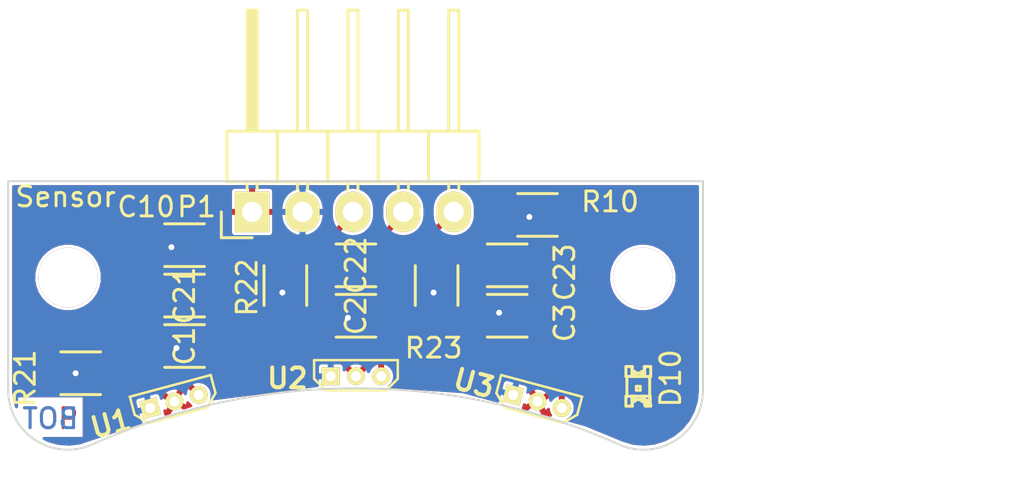
<source format=kicad_pcb>
(kicad_pcb (version 4) (host pcbnew "(2015-01-16 BZR 5376)-product")

  (general
    (links 32)
    (no_connects 0)
    (area 97.26489 103.220999 187.797944 155.480253)
    (thickness 1.6)
    (drawings 12)
    (tracks 63)
    (zones 0)
    (modules 18)
    (nets 7)
  )

  (page A4)
  (layers
    (0 F.Cu signal)
    (31 B.Cu signal)
    (32 B.Adhes user)
    (33 F.Adhes user)
    (34 B.Paste user)
    (35 F.Paste user)
    (36 B.SilkS user)
    (37 F.SilkS user)
    (38 B.Mask user)
    (39 F.Mask user)
    (40 Dwgs.User user)
    (41 Cmts.User user)
    (42 Eco1.User user)
    (43 Eco2.User user)
    (44 Edge.Cuts user)
    (45 Margin user)
    (46 B.CrtYd user)
    (47 F.CrtYd user)
    (48 B.Fab user)
    (49 F.Fab user)
  )

  (setup
    (last_trace_width 0.15)
    (user_trace_width 0.15)
    (user_trace_width 0.2)
    (user_trace_width 0.25)
    (user_trace_width 0.3)
    (user_trace_width 0.4)
    (user_trace_width 0.5)
    (user_trace_width 0.7)
    (user_trace_width 1)
    (user_trace_width 1.5)
    (user_trace_width 2)
    (trace_clearance 0.15)
    (zone_clearance 0.15)
    (zone_45_only no)
    (trace_min 0.15)
    (segment_width 0.15)
    (edge_width 0.1)
    (via_size 0.6)
    (via_drill 0.3)
    (via_min_size 0.6)
    (via_min_drill 0.3)
    (user_via 0.6 0.3)
    (user_via 0.7 0.4)
    (user_via 0.8 0.5)
    (user_via 0.9 0.6)
    (user_via 1 0.7)
    (user_via 1.1 0.8)
    (user_via 1.2 0.9)
    (user_via 1.3 1)
    (uvia_size 0.6)
    (uvia_drill 0.3)
    (uvias_allowed no)
    (uvia_min_size 0.6)
    (uvia_min_drill 0.3)
    (pcb_text_width 0.3)
    (pcb_text_size 1.5 1.5)
    (mod_edge_width 0.15)
    (mod_text_size 1 1)
    (mod_text_width 0.15)
    (pad_size 1.4732 1.4732)
    (pad_drill 0.9652)
    (pad_to_mask_clearance 0)
    (aux_axis_origin 0 0)
    (visible_elements 7FFFFFFF)
    (pcbplotparams
      (layerselection 0x00030_80000001)
      (usegerberextensions false)
      (excludeedgelayer true)
      (linewidth 0.100000)
      (plotframeref false)
      (viasonmask false)
      (mode 1)
      (useauxorigin false)
      (hpglpennumber 1)
      (hpglpenspeed 20)
      (hpglpendiameter 15)
      (hpglpenoverlay 2)
      (psnegative false)
      (psa4output false)
      (plotreference true)
      (plotvalue true)
      (plotinvisibletext false)
      (padsonsilk false)
      (subtractmaskfromsilk false)
      (outputformat 1)
      (mirror false)
      (drillshape 1)
      (scaleselection 1)
      (outputdirectory ""))
  )

  (net 0 "")
  (net 1 /Vcc)
  (net 2 GND)
  (net 3 /A)
  (net 4 /B)
  (net 5 /C)
  (net 6 "Net-(D10-Pad1)")

  (net_class Default "Dies ist die voreingestellte Netzklasse."
    (clearance 0.15)
    (trace_width 0.15)
    (via_dia 0.6)
    (via_drill 0.3)
    (uvia_dia 0.6)
    (uvia_drill 0.3)
  )

  (net_class 0,2 ""
    (clearance 0.15)
    (trace_width 0.2)
    (via_dia 0.6)
    (via_drill 0.3)
    (uvia_dia 0.6)
    (uvia_drill 0.3)
  )

  (net_class 0,25 ""
    (clearance 0.15)
    (trace_width 0.25)
    (via_dia 0.6)
    (via_drill 0.3)
    (uvia_dia 0.6)
    (uvia_drill 0.3)
  )

  (net_class 0,3 ""
    (clearance 0.15)
    (trace_width 0.3)
    (via_dia 0.6)
    (via_drill 0.3)
    (uvia_dia 0.6)
    (uvia_drill 0.3)
    (add_net /A)
    (add_net /B)
    (add_net /C)
    (add_net GND)
    (add_net "Net-(D10-Pad1)")
  )

  (net_class 0,4 ""
    (clearance 0.15)
    (trace_width 0.4)
    (via_dia 0.6)
    (via_drill 0.3)
    (uvia_dia 0.6)
    (uvia_drill 0.3)
  )

  (net_class 0,5 ""
    (clearance 0.15)
    (trace_width 0.5)
    (via_dia 0.6)
    (via_drill 0.3)
    (uvia_dia 0.6)
    (uvia_drill 0.3)
    (add_net /Vcc)
  )

  (net_class 0,7 ""
    (clearance 0.15)
    (trace_width 0.7)
    (via_dia 0.6)
    (via_drill 0.3)
    (uvia_dia 0.6)
    (uvia_drill 0.3)
  )

  (net_class 1,0 ""
    (clearance 0.15)
    (trace_width 1)
    (via_dia 0.6)
    (via_drill 0.3)
    (uvia_dia 0.6)
    (uvia_drill 0.3)
  )

  (net_class 1,5 ""
    (clearance 0.15)
    (trace_width 1.5)
    (via_dia 0.6)
    (via_drill 0.3)
    (uvia_dia 0.6)
    (uvia_drill 0.3)
  )

  (net_class 2,0 ""
    (clearance 0.15)
    (trace_width 2)
    (via_dia 0.6)
    (via_drill 0.3)
    (uvia_dia 0.6)
    (uvia_drill 0.3)
  )

  (module Resistors_SMD:R_1206 (layer F.Cu) (tedit 55116079) (tstamp 550EF3D7)
    (at 157.1244 117.7544 90)
    (descr "Resistor SMD 1206, reflow soldering, Vishay (see dcrcw.pdf)")
    (tags "resistor 1206")
    (path /550EDAE4)
    (attr smd)
    (fp_text reference R23 (at -3.1496 -0.1524 180) (layer F.SilkS)
      (effects (font (size 1 1) (thickness 0.15)))
    )
    (fp_text value 10k (at -11.0236 -1.1684 180) (layer F.Fab) hide
      (effects (font (size 1 1) (thickness 0.15)))
    )
    (fp_line (start -2.2 -1.2) (end 2.2 -1.2) (layer F.CrtYd) (width 0.05))
    (fp_line (start -2.2 1.2) (end 2.2 1.2) (layer F.CrtYd) (width 0.05))
    (fp_line (start -2.2 -1.2) (end -2.2 1.2) (layer F.CrtYd) (width 0.05))
    (fp_line (start 2.2 -1.2) (end 2.2 1.2) (layer F.CrtYd) (width 0.05))
    (fp_line (start 1 1.075) (end -1 1.075) (layer F.SilkS) (width 0.15))
    (fp_line (start -1 -1.075) (end 1 -1.075) (layer F.SilkS) (width 0.15))
    (pad 1 smd rect (at -1.45 0 90) (size 0.9 1.7) (layers F.Cu F.Paste F.Mask)
      (net 1 /Vcc))
    (pad 2 smd rect (at 1.45 0 90) (size 0.9 1.7) (layers F.Cu F.Paste F.Mask)
      (net 5 /C))
    (model Resistors_SMD/R_1206.wrl
      (at (xyz 0 0 0))
      (scale (xyz 1 1 1))
      (rotate (xyz 0 0 0))
    )
  )

  (module Resistors_SMD:R_1206 (layer F.Cu) (tedit 551160A7) (tstamp 550EE342)
    (at 144.4244 120.8024)
    (descr "Resistor SMD 1206, reflow soldering, Vishay (see dcrcw.pdf)")
    (tags "resistor 1206")
    (path /550EC04E)
    (attr smd)
    (fp_text reference C1 (at 0 0 90) (layer F.SilkS)
      (effects (font (size 1 1) (thickness 0.15)))
    )
    (fp_text value 100nF (at -1.6764 7.4676) (layer F.Fab) hide
      (effects (font (size 1 1) (thickness 0.15)))
    )
    (fp_line (start -2.2 -1.2) (end 2.2 -1.2) (layer F.CrtYd) (width 0.05))
    (fp_line (start -2.2 1.2) (end 2.2 1.2) (layer F.CrtYd) (width 0.05))
    (fp_line (start -2.2 -1.2) (end -2.2 1.2) (layer F.CrtYd) (width 0.05))
    (fp_line (start 2.2 -1.2) (end 2.2 1.2) (layer F.CrtYd) (width 0.05))
    (fp_line (start 1 1.075) (end -1 1.075) (layer F.SilkS) (width 0.15))
    (fp_line (start -1 -1.075) (end 1 -1.075) (layer F.SilkS) (width 0.15))
    (pad 1 smd rect (at -1.45 0) (size 0.9 1.7) (layers F.Cu F.Paste F.Mask)
      (net 1 /Vcc))
    (pad 2 smd rect (at 1.45 0) (size 0.9 1.7) (layers F.Cu F.Paste F.Mask)
      (net 2 GND))
    (model Capacitors_SMD/C_1206.wrl
      (at (xyz 0 0 0))
      (scale (xyz 1 1 1))
      (rotate (xyz 0 0 0))
    )
  )

  (module Resistors_SMD:R_1206 (layer F.Cu) (tedit 55116077) (tstamp 550EE955)
    (at 153.0604 119.2784)
    (descr "Resistor SMD 1206, reflow soldering, Vishay (see dcrcw.pdf)")
    (tags "resistor 1206")
    (path /550EC0E2)
    (attr smd)
    (fp_text reference C2 (at 0 0 90) (layer F.SilkS)
      (effects (font (size 1 1) (thickness 0.15)))
    )
    (fp_text value 100nF (at 3.4036 8.2296) (layer F.Fab) hide
      (effects (font (size 1 1) (thickness 0.15)))
    )
    (fp_line (start -2.2 -1.2) (end 2.2 -1.2) (layer F.CrtYd) (width 0.05))
    (fp_line (start -2.2 1.2) (end 2.2 1.2) (layer F.CrtYd) (width 0.05))
    (fp_line (start -2.2 -1.2) (end -2.2 1.2) (layer F.CrtYd) (width 0.05))
    (fp_line (start 2.2 -1.2) (end 2.2 1.2) (layer F.CrtYd) (width 0.05))
    (fp_line (start 1 1.075) (end -1 1.075) (layer F.SilkS) (width 0.15))
    (fp_line (start -1 -1.075) (end 1 -1.075) (layer F.SilkS) (width 0.15))
    (pad 1 smd rect (at -1.45 0) (size 0.9 1.7) (layers F.Cu F.Paste F.Mask)
      (net 1 /Vcc))
    (pad 2 smd rect (at 1.45 0) (size 0.9 1.7) (layers F.Cu F.Paste F.Mask)
      (net 2 GND))
    (model Capacitors_SMD/C_1206.wrl
      (at (xyz 0 0 0))
      (scale (xyz 1 1 1))
      (rotate (xyz 0 0 0))
    )
  )

  (module Resistors_SMD:R_1206 (layer F.Cu) (tedit 55116061) (tstamp 550EF3CA)
    (at 160.6804 119.2784)
    (descr "Resistor SMD 1206, reflow soldering, Vishay (see dcrcw.pdf)")
    (tags "resistor 1206")
    (path /550EC10B)
    (attr smd)
    (fp_text reference C3 (at 2.8956 0.3556 90) (layer F.SilkS)
      (effects (font (size 1 1) (thickness 0.15)))
    )
    (fp_text value 100nF (at 0.1016 7.7216 90) (layer F.Fab) hide
      (effects (font (size 1 1) (thickness 0.15)))
    )
    (fp_line (start -2.2 -1.2) (end 2.2 -1.2) (layer F.CrtYd) (width 0.05))
    (fp_line (start -2.2 1.2) (end 2.2 1.2) (layer F.CrtYd) (width 0.05))
    (fp_line (start -2.2 -1.2) (end -2.2 1.2) (layer F.CrtYd) (width 0.05))
    (fp_line (start 2.2 -1.2) (end 2.2 1.2) (layer F.CrtYd) (width 0.05))
    (fp_line (start 1 1.075) (end -1 1.075) (layer F.SilkS) (width 0.15))
    (fp_line (start -1 -1.075) (end 1 -1.075) (layer F.SilkS) (width 0.15))
    (pad 1 smd rect (at -1.45 0) (size 0.9 1.7) (layers F.Cu F.Paste F.Mask)
      (net 1 /Vcc))
    (pad 2 smd rect (at 1.45 0) (size 0.9 1.7) (layers F.Cu F.Paste F.Mask)
      (net 2 GND))
    (model Capacitors_SMD/C_1206.wrl
      (at (xyz 0 0 0))
      (scale (xyz 1 1 1))
      (rotate (xyz 0 0 0))
    )
  )

  (module Resistors_SMD:R_1206 (layer F.Cu) (tedit 551160A5) (tstamp 550FD1C8)
    (at 144.4244 115.7224)
    (descr "Resistor SMD 1206, reflow soldering, Vishay (see dcrcw.pdf)")
    (tags "resistor 1206")
    (path /550EBFC1)
    (attr smd)
    (fp_text reference C10 (at -1.9304 -1.9304 180) (layer F.SilkS)
      (effects (font (size 1 1) (thickness 0.15)))
    )
    (fp_text value 1uF (at -1.4224 11.0236) (layer F.Fab) hide
      (effects (font (size 1 1) (thickness 0.15)))
    )
    (fp_line (start -2.2 -1.2) (end 2.2 -1.2) (layer F.CrtYd) (width 0.05))
    (fp_line (start -2.2 1.2) (end 2.2 1.2) (layer F.CrtYd) (width 0.05))
    (fp_line (start -2.2 -1.2) (end -2.2 1.2) (layer F.CrtYd) (width 0.05))
    (fp_line (start 2.2 -1.2) (end 2.2 1.2) (layer F.CrtYd) (width 0.05))
    (fp_line (start 1 1.075) (end -1 1.075) (layer F.SilkS) (width 0.15))
    (fp_line (start -1 -1.075) (end 1 -1.075) (layer F.SilkS) (width 0.15))
    (pad 1 smd rect (at -1.45 0) (size 0.9 1.7) (layers F.Cu F.Paste F.Mask)
      (net 1 /Vcc))
    (pad 2 smd rect (at 1.45 0) (size 0.9 1.7) (layers F.Cu F.Paste F.Mask)
      (net 2 GND))
    (model Resistors_SMD.3dshapes/R_1206.wrl
      (at (xyz 0 0 0))
      (scale (xyz 1 1 1))
      (rotate (xyz 0 0 0))
    )
    (model Capacitors_SMD/C_1206.wrl
      (at (xyz 0 0 0))
      (scale (xyz 1 1 1))
      (rotate (xyz 0 0 0))
    )
  )

  (module Resistors_SMD:R_1206 (layer F.Cu) (tedit 551160AC) (tstamp 550EF71C)
    (at 144.4244 118.2624)
    (descr "Resistor SMD 1206, reflow soldering, Vishay (see dcrcw.pdf)")
    (tags "resistor 1206")
    (path /550EDF31)
    (attr smd)
    (fp_text reference C21 (at 0 0 90) (layer F.SilkS)
      (effects (font (size 1 1) (thickness 0.15)))
    )
    (fp_text value 680pF (at 6.7056 7.4676) (layer F.Fab) hide
      (effects (font (size 1 1) (thickness 0.15)))
    )
    (fp_line (start -2.2 -1.2) (end 2.2 -1.2) (layer F.CrtYd) (width 0.05))
    (fp_line (start -2.2 1.2) (end 2.2 1.2) (layer F.CrtYd) (width 0.05))
    (fp_line (start -2.2 -1.2) (end -2.2 1.2) (layer F.CrtYd) (width 0.05))
    (fp_line (start 2.2 -1.2) (end 2.2 1.2) (layer F.CrtYd) (width 0.05))
    (fp_line (start 1 1.075) (end -1 1.075) (layer F.SilkS) (width 0.15))
    (fp_line (start -1 -1.075) (end 1 -1.075) (layer F.SilkS) (width 0.15))
    (pad 1 smd rect (at -1.45 0) (size 0.9 1.7) (layers F.Cu F.Paste F.Mask)
      (net 3 /A))
    (pad 2 smd rect (at 1.45 0) (size 0.9 1.7) (layers F.Cu F.Paste F.Mask)
      (net 2 GND))
    (model Capacitors_SMD/C_1206.wrl
      (at (xyz 0 0 0))
      (scale (xyz 1 1 1))
      (rotate (xyz 0 0 0))
    )
  )

  (module Resistors_SMD:R_1206 (layer F.Cu) (tedit 55116074) (tstamp 550ECBAA)
    (at 153.0604 116.7384)
    (descr "Resistor SMD 1206, reflow soldering, Vishay (see dcrcw.pdf)")
    (tags "resistor 1206")
    (path /550EE154)
    (attr smd)
    (fp_text reference C22 (at 0 0 90) (layer F.SilkS)
      (effects (font (size 1 1) (thickness 0.15)))
    )
    (fp_text value 680pF (at 3.6576 8.2296) (layer F.Fab) hide
      (effects (font (size 1 1) (thickness 0.15)))
    )
    (fp_line (start -2.2 -1.2) (end 2.2 -1.2) (layer F.CrtYd) (width 0.05))
    (fp_line (start -2.2 1.2) (end 2.2 1.2) (layer F.CrtYd) (width 0.05))
    (fp_line (start -2.2 -1.2) (end -2.2 1.2) (layer F.CrtYd) (width 0.05))
    (fp_line (start 2.2 -1.2) (end 2.2 1.2) (layer F.CrtYd) (width 0.05))
    (fp_line (start 1 1.075) (end -1 1.075) (layer F.SilkS) (width 0.15))
    (fp_line (start -1 -1.075) (end 1 -1.075) (layer F.SilkS) (width 0.15))
    (pad 1 smd rect (at -1.45 0) (size 0.9 1.7) (layers F.Cu F.Paste F.Mask)
      (net 4 /B))
    (pad 2 smd rect (at 1.45 0) (size 0.9 1.7) (layers F.Cu F.Paste F.Mask)
      (net 2 GND))
    (model Capacitors_SMD/C_1206.wrl
      (at (xyz 0 0 0))
      (scale (xyz 1 1 1))
      (rotate (xyz 0 0 0))
    )
  )

  (module Resistors_SMD:R_1206 (layer F.Cu) (tedit 55116053) (tstamp 550EF3E4)
    (at 160.6804 116.7384)
    (descr "Resistor SMD 1206, reflow soldering, Vishay (see dcrcw.pdf)")
    (tags "resistor 1206")
    (path /550EE1A8)
    (attr smd)
    (fp_text reference C23 (at 2.8956 0.3556 90) (layer F.SilkS)
      (effects (font (size 1 1) (thickness 0.15)))
    )
    (fp_text value 680pF (at -11.3284 11.7856) (layer F.Fab) hide
      (effects (font (size 1 1) (thickness 0.15)))
    )
    (fp_line (start -2.2 -1.2) (end 2.2 -1.2) (layer F.CrtYd) (width 0.05))
    (fp_line (start -2.2 1.2) (end 2.2 1.2) (layer F.CrtYd) (width 0.05))
    (fp_line (start -2.2 -1.2) (end -2.2 1.2) (layer F.CrtYd) (width 0.05))
    (fp_line (start 2.2 -1.2) (end 2.2 1.2) (layer F.CrtYd) (width 0.05))
    (fp_line (start 1 1.075) (end -1 1.075) (layer F.SilkS) (width 0.15))
    (fp_line (start -1 -1.075) (end 1 -1.075) (layer F.SilkS) (width 0.15))
    (pad 1 smd rect (at -1.45 0) (size 0.9 1.7) (layers F.Cu F.Paste F.Mask)
      (net 5 /C))
    (pad 2 smd rect (at 1.45 0) (size 0.9 1.7) (layers F.Cu F.Paste F.Mask)
      (net 2 GND))
    (model Capacitors_SMD/C_1206.wrl
      (at (xyz 0 0 0))
      (scale (xyz 1 1 1))
      (rotate (xyz 0 0 0))
    )
  )

  (module LEDs:LED-0805 (layer F.Cu) (tedit 55116013) (tstamp 550EF542)
    (at 167.2844 122.8344 270)
    (descr "LED 0805 smd package")
    (tags "LED 0805 SMD")
    (path /550EB7C7)
    (attr smd)
    (fp_text reference D10 (at -0.4064 -1.6256 270) (layer F.SilkS)
      (effects (font (size 1 1) (thickness 0.15)))
    )
    (fp_text value blau (at 5.1816 1.6764 270) (layer F.Fab) hide
      (effects (font (size 1 1) (thickness 0.15)))
    )
    (fp_line (start 0.49784 0.29972) (end 0.49784 0.62484) (layer F.SilkS) (width 0.15))
    (fp_line (start 0.49784 0.62484) (end 0.99822 0.62484) (layer F.SilkS) (width 0.15))
    (fp_line (start 0.99822 0.29972) (end 0.99822 0.62484) (layer F.SilkS) (width 0.15))
    (fp_line (start 0.49784 0.29972) (end 0.99822 0.29972) (layer F.SilkS) (width 0.15))
    (fp_line (start 0.49784 -0.32258) (end 0.49784 -0.17272) (layer F.SilkS) (width 0.15))
    (fp_line (start 0.49784 -0.17272) (end 0.7493 -0.17272) (layer F.SilkS) (width 0.15))
    (fp_line (start 0.7493 -0.32258) (end 0.7493 -0.17272) (layer F.SilkS) (width 0.15))
    (fp_line (start 0.49784 -0.32258) (end 0.7493 -0.32258) (layer F.SilkS) (width 0.15))
    (fp_line (start 0.49784 0.17272) (end 0.49784 0.32258) (layer F.SilkS) (width 0.15))
    (fp_line (start 0.49784 0.32258) (end 0.7493 0.32258) (layer F.SilkS) (width 0.15))
    (fp_line (start 0.7493 0.17272) (end 0.7493 0.32258) (layer F.SilkS) (width 0.15))
    (fp_line (start 0.49784 0.17272) (end 0.7493 0.17272) (layer F.SilkS) (width 0.15))
    (fp_line (start 0.49784 -0.19812) (end 0.49784 0.19812) (layer F.SilkS) (width 0.15))
    (fp_line (start 0.49784 0.19812) (end 0.6731 0.19812) (layer F.SilkS) (width 0.15))
    (fp_line (start 0.6731 -0.19812) (end 0.6731 0.19812) (layer F.SilkS) (width 0.15))
    (fp_line (start 0.49784 -0.19812) (end 0.6731 -0.19812) (layer F.SilkS) (width 0.15))
    (fp_line (start -0.99822 0.29972) (end -0.99822 0.62484) (layer F.SilkS) (width 0.15))
    (fp_line (start -0.99822 0.62484) (end -0.49784 0.62484) (layer F.SilkS) (width 0.15))
    (fp_line (start -0.49784 0.29972) (end -0.49784 0.62484) (layer F.SilkS) (width 0.15))
    (fp_line (start -0.99822 0.29972) (end -0.49784 0.29972) (layer F.SilkS) (width 0.15))
    (fp_line (start -0.99822 -0.62484) (end -0.99822 -0.29972) (layer F.SilkS) (width 0.15))
    (fp_line (start -0.99822 -0.29972) (end -0.49784 -0.29972) (layer F.SilkS) (width 0.15))
    (fp_line (start -0.49784 -0.62484) (end -0.49784 -0.29972) (layer F.SilkS) (width 0.15))
    (fp_line (start -0.99822 -0.62484) (end -0.49784 -0.62484) (layer F.SilkS) (width 0.15))
    (fp_line (start -0.7493 0.17272) (end -0.7493 0.32258) (layer F.SilkS) (width 0.15))
    (fp_line (start -0.7493 0.32258) (end -0.49784 0.32258) (layer F.SilkS) (width 0.15))
    (fp_line (start -0.49784 0.17272) (end -0.49784 0.32258) (layer F.SilkS) (width 0.15))
    (fp_line (start -0.7493 0.17272) (end -0.49784 0.17272) (layer F.SilkS) (width 0.15))
    (fp_line (start -0.7493 -0.32258) (end -0.7493 -0.17272) (layer F.SilkS) (width 0.15))
    (fp_line (start -0.7493 -0.17272) (end -0.49784 -0.17272) (layer F.SilkS) (width 0.15))
    (fp_line (start -0.49784 -0.32258) (end -0.49784 -0.17272) (layer F.SilkS) (width 0.15))
    (fp_line (start -0.7493 -0.32258) (end -0.49784 -0.32258) (layer F.SilkS) (width 0.15))
    (fp_line (start -0.6731 -0.19812) (end -0.6731 0.19812) (layer F.SilkS) (width 0.15))
    (fp_line (start -0.6731 0.19812) (end -0.49784 0.19812) (layer F.SilkS) (width 0.15))
    (fp_line (start -0.49784 -0.19812) (end -0.49784 0.19812) (layer F.SilkS) (width 0.15))
    (fp_line (start -0.6731 -0.19812) (end -0.49784 -0.19812) (layer F.SilkS) (width 0.15))
    (fp_line (start 0 -0.09906) (end 0 0.09906) (layer F.SilkS) (width 0.15))
    (fp_line (start 0 0.09906) (end 0.19812 0.09906) (layer F.SilkS) (width 0.15))
    (fp_line (start 0.19812 -0.09906) (end 0.19812 0.09906) (layer F.SilkS) (width 0.15))
    (fp_line (start 0 -0.09906) (end 0.19812 -0.09906) (layer F.SilkS) (width 0.15))
    (fp_line (start 0.49784 -0.59944) (end 0.49784 -0.29972) (layer F.SilkS) (width 0.15))
    (fp_line (start 0.49784 -0.29972) (end 0.79756 -0.29972) (layer F.SilkS) (width 0.15))
    (fp_line (start 0.79756 -0.59944) (end 0.79756 -0.29972) (layer F.SilkS) (width 0.15))
    (fp_line (start 0.49784 -0.59944) (end 0.79756 -0.59944) (layer F.SilkS) (width 0.15))
    (fp_line (start 0.92456 -0.62484) (end 0.92456 -0.39878) (layer F.SilkS) (width 0.15))
    (fp_line (start 0.92456 -0.39878) (end 0.99822 -0.39878) (layer F.SilkS) (width 0.15))
    (fp_line (start 0.99822 -0.62484) (end 0.99822 -0.39878) (layer F.SilkS) (width 0.15))
    (fp_line (start 0.92456 -0.62484) (end 0.99822 -0.62484) (layer F.SilkS) (width 0.15))
    (fp_line (start 0.52324 0.57404) (end -0.52324 0.57404) (layer F.SilkS) (width 0.15))
    (fp_line (start -0.49784 -0.57404) (end 0.92456 -0.57404) (layer F.SilkS) (width 0.15))
    (fp_circle (center 0.84836 -0.44958) (end 0.89916 -0.50038) (layer F.SilkS) (width 0.15))
    (fp_arc (start 0.99822 0) (end 0.99822 0.34798) (angle 180) (layer F.SilkS) (width 0.15))
    (fp_arc (start -0.99822 0) (end -0.99822 -0.34798) (angle 180) (layer F.SilkS) (width 0.15))
    (pad 1 smd rect (at -1.04902 0 270) (size 1.19888 1.19888) (layers F.Cu F.Paste F.Mask)
      (net 6 "Net-(D10-Pad1)"))
    (pad 2 smd rect (at 1.04902 0 270) (size 1.19888 1.19888) (layers F.Cu F.Paste F.Mask)
      (net 2 GND))
    (model C:/Users/Laptop-02/Documents/KiCad/Lib/packages3d/led_blue_0805.wrl
      (at (xyz 0 0 0))
      (scale (xyz 0.3937 0.3937 0.3937))
      (rotate (xyz -90 0 90))
    )
  )

  (module Pin_Headers:Pin_Header_Angled_1x05 (layer F.Cu) (tedit 55116280) (tstamp 55115E9D)
    (at 147.828 114.046 90)
    (descr "Through hole pin header")
    (tags "pin header")
    (path /550EBA3E)
    (fp_text reference P1 (at 0.254 -2.794 180) (layer F.SilkS)
      (effects (font (size 1 1) (thickness 0.15)))
    )
    (fp_text value CONN_01X05 (at -0.254 -13.716 90) (layer F.Fab) hide
      (effects (font (size 1 1) (thickness 0.15)))
    )
    (fp_line (start -1.5 -1.75) (end -1.5 11.95) (layer F.CrtYd) (width 0.05))
    (fp_line (start 10.65 -1.75) (end 10.65 11.95) (layer F.CrtYd) (width 0.05))
    (fp_line (start -1.5 -1.75) (end 10.65 -1.75) (layer F.CrtYd) (width 0.05))
    (fp_line (start -1.5 11.95) (end 10.65 11.95) (layer F.CrtYd) (width 0.05))
    (fp_line (start -1.3 -1.55) (end -1.3 0) (layer F.SilkS) (width 0.15))
    (fp_line (start 0 -1.55) (end -1.3 -1.55) (layer F.SilkS) (width 0.15))
    (fp_line (start 4.191 -0.127) (end 10.033 -0.127) (layer F.SilkS) (width 0.15))
    (fp_line (start 10.033 -0.127) (end 10.033 0.127) (layer F.SilkS) (width 0.15))
    (fp_line (start 10.033 0.127) (end 4.191 0.127) (layer F.SilkS) (width 0.15))
    (fp_line (start 4.191 0.127) (end 4.191 0) (layer F.SilkS) (width 0.15))
    (fp_line (start 4.191 0) (end 10.033 0) (layer F.SilkS) (width 0.15))
    (fp_line (start 1.524 -0.254) (end 1.143 -0.254) (layer F.SilkS) (width 0.15))
    (fp_line (start 1.524 0.254) (end 1.143 0.254) (layer F.SilkS) (width 0.15))
    (fp_line (start 1.524 2.286) (end 1.143 2.286) (layer F.SilkS) (width 0.15))
    (fp_line (start 1.524 2.794) (end 1.143 2.794) (layer F.SilkS) (width 0.15))
    (fp_line (start 1.524 4.826) (end 1.143 4.826) (layer F.SilkS) (width 0.15))
    (fp_line (start 1.524 5.334) (end 1.143 5.334) (layer F.SilkS) (width 0.15))
    (fp_line (start 1.524 7.366) (end 1.143 7.366) (layer F.SilkS) (width 0.15))
    (fp_line (start 1.524 7.874) (end 1.143 7.874) (layer F.SilkS) (width 0.15))
    (fp_line (start 1.524 10.414) (end 1.143 10.414) (layer F.SilkS) (width 0.15))
    (fp_line (start 1.524 9.906) (end 1.143 9.906) (layer F.SilkS) (width 0.15))
    (fp_line (start 4.064 1.27) (end 4.064 -1.27) (layer F.SilkS) (width 0.15))
    (fp_line (start 10.16 0.254) (end 4.064 0.254) (layer F.SilkS) (width 0.15))
    (fp_line (start 10.16 -0.254) (end 10.16 0.254) (layer F.SilkS) (width 0.15))
    (fp_line (start 4.064 -0.254) (end 10.16 -0.254) (layer F.SilkS) (width 0.15))
    (fp_line (start 1.524 1.27) (end 4.064 1.27) (layer F.SilkS) (width 0.15))
    (fp_line (start 1.524 -1.27) (end 1.524 1.27) (layer F.SilkS) (width 0.15))
    (fp_line (start 1.524 -1.27) (end 4.064 -1.27) (layer F.SilkS) (width 0.15))
    (fp_line (start 1.524 3.81) (end 4.064 3.81) (layer F.SilkS) (width 0.15))
    (fp_line (start 1.524 3.81) (end 1.524 6.35) (layer F.SilkS) (width 0.15))
    (fp_line (start 1.524 6.35) (end 4.064 6.35) (layer F.SilkS) (width 0.15))
    (fp_line (start 4.064 4.826) (end 10.16 4.826) (layer F.SilkS) (width 0.15))
    (fp_line (start 10.16 4.826) (end 10.16 5.334) (layer F.SilkS) (width 0.15))
    (fp_line (start 10.16 5.334) (end 4.064 5.334) (layer F.SilkS) (width 0.15))
    (fp_line (start 4.064 6.35) (end 4.064 3.81) (layer F.SilkS) (width 0.15))
    (fp_line (start 4.064 3.81) (end 4.064 1.27) (layer F.SilkS) (width 0.15))
    (fp_line (start 10.16 2.794) (end 4.064 2.794) (layer F.SilkS) (width 0.15))
    (fp_line (start 10.16 2.286) (end 10.16 2.794) (layer F.SilkS) (width 0.15))
    (fp_line (start 4.064 2.286) (end 10.16 2.286) (layer F.SilkS) (width 0.15))
    (fp_line (start 1.524 3.81) (end 4.064 3.81) (layer F.SilkS) (width 0.15))
    (fp_line (start 1.524 1.27) (end 1.524 3.81) (layer F.SilkS) (width 0.15))
    (fp_line (start 1.524 1.27) (end 4.064 1.27) (layer F.SilkS) (width 0.15))
    (fp_line (start 1.524 8.89) (end 4.064 8.89) (layer F.SilkS) (width 0.15))
    (fp_line (start 1.524 8.89) (end 1.524 11.43) (layer F.SilkS) (width 0.15))
    (fp_line (start 1.524 11.43) (end 4.064 11.43) (layer F.SilkS) (width 0.15))
    (fp_line (start 4.064 9.906) (end 10.16 9.906) (layer F.SilkS) (width 0.15))
    (fp_line (start 10.16 9.906) (end 10.16 10.414) (layer F.SilkS) (width 0.15))
    (fp_line (start 10.16 10.414) (end 4.064 10.414) (layer F.SilkS) (width 0.15))
    (fp_line (start 4.064 11.43) (end 4.064 8.89) (layer F.SilkS) (width 0.15))
    (fp_line (start 4.064 8.89) (end 4.064 6.35) (layer F.SilkS) (width 0.15))
    (fp_line (start 10.16 7.874) (end 4.064 7.874) (layer F.SilkS) (width 0.15))
    (fp_line (start 10.16 7.366) (end 10.16 7.874) (layer F.SilkS) (width 0.15))
    (fp_line (start 4.064 7.366) (end 10.16 7.366) (layer F.SilkS) (width 0.15))
    (fp_line (start 1.524 8.89) (end 4.064 8.89) (layer F.SilkS) (width 0.15))
    (fp_line (start 1.524 6.35) (end 1.524 8.89) (layer F.SilkS) (width 0.15))
    (fp_line (start 1.524 6.35) (end 4.064 6.35) (layer F.SilkS) (width 0.15))
    (pad 1 thru_hole rect (at 0 0 90) (size 2.032 1.7272) (drill 1.016) (layers *.Cu *.Mask F.SilkS)
      (net 2 GND))
    (pad 2 thru_hole oval (at 0 2.54 90) (size 2.032 1.7272) (drill 1.016) (layers *.Cu *.Mask F.SilkS)
      (net 1 /Vcc))
    (pad 3 thru_hole oval (at 0 5.08 90) (size 2.032 1.7272) (drill 1.016) (layers *.Cu *.Mask F.SilkS)
      (net 3 /A))
    (pad 4 thru_hole oval (at 0 7.62 90) (size 2.032 1.7272) (drill 1.016) (layers *.Cu *.Mask F.SilkS)
      (net 4 /B))
    (pad 5 thru_hole oval (at 0 10.16 90) (size 2.032 1.7272) (drill 1.016) (layers *.Cu *.Mask F.SilkS)
      (net 5 /C))
    (model Pin_Headers/Pin_Header_Angled_1x05.wrl
      (at (xyz 0 -0.2 0))
      (scale (xyz 1 1 1))
      (rotate (xyz 0 0 90))
    )
  )

  (module Resistors_SMD:R_1206 (layer F.Cu) (tedit 551160BA) (tstamp 550EF6CA)
    (at 162.2044 114.1984)
    (descr "Resistor SMD 1206, reflow soldering, Vishay (see dcrcw.pdf)")
    (tags "resistor 1206")
    (path /550EAAEC)
    (attr smd)
    (fp_text reference R10 (at 3.6576 -0.6604 180) (layer F.SilkS)
      (effects (font (size 1 1) (thickness 0.15)))
    )
    (fp_text value 470 (at 0.8636 13.5636 90) (layer F.Fab) hide
      (effects (font (size 1 1) (thickness 0.15)))
    )
    (fp_line (start -2.2 -1.2) (end 2.2 -1.2) (layer F.CrtYd) (width 0.05))
    (fp_line (start -2.2 1.2) (end 2.2 1.2) (layer F.CrtYd) (width 0.05))
    (fp_line (start -2.2 -1.2) (end -2.2 1.2) (layer F.CrtYd) (width 0.05))
    (fp_line (start 2.2 -1.2) (end 2.2 1.2) (layer F.CrtYd) (width 0.05))
    (fp_line (start 1 1.075) (end -1 1.075) (layer F.SilkS) (width 0.15))
    (fp_line (start -1 -1.075) (end 1 -1.075) (layer F.SilkS) (width 0.15))
    (pad 1 smd rect (at -1.45 0) (size 0.9 1.7) (layers F.Cu F.Paste F.Mask)
      (net 1 /Vcc))
    (pad 2 smd rect (at 1.45 0) (size 0.9 1.7) (layers F.Cu F.Paste F.Mask)
      (net 6 "Net-(D10-Pad1)"))
    (model Resistors_SMD/R_1206.wrl
      (at (xyz 0 0 0))
      (scale (xyz 1 1 1))
      (rotate (xyz 0 0 0))
    )
  )

  (module Resistors_SMD:R_1206 (layer F.Cu) (tedit 551160D9) (tstamp 550EF740)
    (at 139.192 122.174)
    (descr "Resistor SMD 1206, reflow soldering, Vishay (see dcrcw.pdf)")
    (tags "resistor 1206")
    (path /550ED88C)
    (attr smd)
    (fp_text reference R21 (at -2.794 0.254 90) (layer F.SilkS)
      (effects (font (size 1 1) (thickness 0.15)))
    )
    (fp_text value 10k (at -1.524 5.842) (layer F.Fab) hide
      (effects (font (size 1 1) (thickness 0.15)))
    )
    (fp_line (start -2.2 -1.2) (end 2.2 -1.2) (layer F.CrtYd) (width 0.05))
    (fp_line (start -2.2 1.2) (end 2.2 1.2) (layer F.CrtYd) (width 0.05))
    (fp_line (start -2.2 -1.2) (end -2.2 1.2) (layer F.CrtYd) (width 0.05))
    (fp_line (start 2.2 -1.2) (end 2.2 1.2) (layer F.CrtYd) (width 0.05))
    (fp_line (start 1 1.075) (end -1 1.075) (layer F.SilkS) (width 0.15))
    (fp_line (start -1 -1.075) (end 1 -1.075) (layer F.SilkS) (width 0.15))
    (pad 1 smd rect (at -1.45 0) (size 0.9 1.7) (layers F.Cu F.Paste F.Mask)
      (net 1 /Vcc))
    (pad 2 smd rect (at 1.45 0) (size 0.9 1.7) (layers F.Cu F.Paste F.Mask)
      (net 3 /A))
    (model Resistors_SMD/R_1206.wrl
      (at (xyz 0 0 0))
      (scale (xyz 1 1 1))
      (rotate (xyz 0 0 0))
    )
  )

  (module Resistors_SMD:R_1206 (layer F.Cu) (tedit 551160A3) (tstamp 550EDEBB)
    (at 149.5044 117.7544 90)
    (descr "Resistor SMD 1206, reflow soldering, Vishay (see dcrcw.pdf)")
    (tags "resistor 1206")
    (path /550EDA9B)
    (attr smd)
    (fp_text reference R22 (at -0.1016 -1.9304 90) (layer F.SilkS)
      (effects (font (size 1 1) (thickness 0.15)))
    )
    (fp_text value 10k (at -7.9756 -2.1844 90) (layer F.Fab) hide
      (effects (font (size 1 1) (thickness 0.15)))
    )
    (fp_line (start -2.2 -1.2) (end 2.2 -1.2) (layer F.CrtYd) (width 0.05))
    (fp_line (start -2.2 1.2) (end 2.2 1.2) (layer F.CrtYd) (width 0.05))
    (fp_line (start -2.2 -1.2) (end -2.2 1.2) (layer F.CrtYd) (width 0.05))
    (fp_line (start 2.2 -1.2) (end 2.2 1.2) (layer F.CrtYd) (width 0.05))
    (fp_line (start 1 1.075) (end -1 1.075) (layer F.SilkS) (width 0.15))
    (fp_line (start -1 -1.075) (end 1 -1.075) (layer F.SilkS) (width 0.15))
    (pad 1 smd rect (at -1.45 0 90) (size 0.9 1.7) (layers F.Cu F.Paste F.Mask)
      (net 1 /Vcc))
    (pad 2 smd rect (at 1.45 0 90) (size 0.9 1.7) (layers F.Cu F.Paste F.Mask)
      (net 4 /B))
    (model Resistors_SMD/R_1206.wrl
      (at (xyz 0 0 0))
      (scale (xyz 1 1 1))
      (rotate (xyz 0 0 0))
    )
  )

  (module packages:P-SSO-3-2 (layer F.Cu) (tedit 55116034) (tstamp 550EDC9A)
    (at 143.9164 123.5964 105)
    (path /550EBD66)
    (fp_text reference U1 (at -0.251194 -3.380605 195) (layer F.SilkS)
      (effects (font (size 1 1) (thickness 0.2)))
    )
    (fp_text value DRV5013AD (at 8.001 -39.116 105) (layer F.SilkS) hide
      (effects (font (thickness 0.3048)))
    )
    (fp_line (start -0.7112 -1.524) (end -0.7112 1.524) (layer F.SilkS) (width 0.127))
    (fp_line (start -0.127 -2.1082) (end 0.8128 -2.1082) (layer F.SilkS) (width 0.127))
    (fp_line (start 0.8128 2.1082) (end 0.8128 -2.1082) (layer F.SilkS) (width 0.127))
    (fp_line (start -0.127 2.1082) (end 0.8128 2.1082) (layer F.SilkS) (width 0.127))
    (fp_line (start -0.127 2.1082) (end -0.7112 1.524) (layer F.SilkS) (width 0.127))
    (fp_line (start -0.127 -2.1082) (end -0.7112 -1.524) (layer F.SilkS) (width 0.127))
    (pad 1 thru_hole rect (at 0 -1.27 105) (size 0.89916 0.89916) (drill 0.50038) (layers *.Cu *.Mask F.SilkS)
      (net 1 /Vcc))
    (pad 2 thru_hole circle (at 0 0 105) (size 0.89916 0.89916) (drill 0.50038) (layers *.Cu *.Mask F.SilkS)
      (net 2 GND))
    (pad 3 thru_hole circle (at 0 1.27 105) (size 0.89916 0.89916) (drill 0.50038) (layers *.Cu *.Mask F.SilkS)
      (net 3 /A))
    (model C:/Users/Laptop-02/Documents/KiCad/Lib/packages3d/P-SSO-3-2.wrl
      (at (xyz 0 0 0))
      (scale (xyz 1 1 1))
      (rotate (xyz 0 0 0))
    )
  )

  (module packages:P-SSO-3-2 (layer F.Cu) (tedit 55115FEF) (tstamp 550EDCCB)
    (at 153.0604 122.3264 90)
    (path /550EC74B)
    (fp_text reference U2 (at -0.1016 -3.4544 180) (layer F.SilkS)
      (effects (font (size 1 1) (thickness 0.2)))
    )
    (fp_text value DRV5013AD (at 6.731 -28.448 90) (layer F.SilkS) hide
      (effects (font (thickness 0.3048)))
    )
    (fp_line (start -0.7112 -1.524) (end -0.7112 1.524) (layer F.SilkS) (width 0.127))
    (fp_line (start -0.127 -2.1082) (end 0.8128 -2.1082) (layer F.SilkS) (width 0.127))
    (fp_line (start 0.8128 2.1082) (end 0.8128 -2.1082) (layer F.SilkS) (width 0.127))
    (fp_line (start -0.127 2.1082) (end 0.8128 2.1082) (layer F.SilkS) (width 0.127))
    (fp_line (start -0.127 2.1082) (end -0.7112 1.524) (layer F.SilkS) (width 0.127))
    (fp_line (start -0.127 -2.1082) (end -0.7112 -1.524) (layer F.SilkS) (width 0.127))
    (pad 1 thru_hole rect (at 0 -1.27 90) (size 0.89916 0.89916) (drill 0.50038) (layers *.Cu *.Mask F.SilkS)
      (net 1 /Vcc))
    (pad 2 thru_hole circle (at 0 0 90) (size 0.89916 0.89916) (drill 0.50038) (layers *.Cu *.Mask F.SilkS)
      (net 2 GND))
    (pad 3 thru_hole circle (at 0 1.27 90) (size 0.89916 0.89916) (drill 0.50038) (layers *.Cu *.Mask F.SilkS)
      (net 4 /B))
    (model C:/Users/Laptop-02/Documents/KiCad/Lib/packages3d/P-SSO-3-2.wrl
      (at (xyz 0 0 0))
      (scale (xyz 1 1 1))
      (rotate (xyz 0 0 0))
    )
  )

  (module packages:P-SSO-3-2 (layer F.Cu) (tedit 55116002) (tstamp 55105487)
    (at 162.2044 123.5964 75)
    (path /550EC77C)
    (fp_text reference U3 (at 0.054918 -3.328013 165) (layer F.SilkS)
      (effects (font (size 1 1) (thickness 0.2)))
    )
    (fp_text value DRV5013AD (at 6.582179 17.695362 75) (layer F.SilkS) hide
      (effects (font (thickness 0.3048)))
    )
    (fp_line (start -0.7112 -1.524) (end -0.7112 1.524) (layer F.SilkS) (width 0.127))
    (fp_line (start -0.127 -2.1082) (end 0.8128 -2.1082) (layer F.SilkS) (width 0.127))
    (fp_line (start 0.8128 2.1082) (end 0.8128 -2.1082) (layer F.SilkS) (width 0.127))
    (fp_line (start -0.127 2.1082) (end 0.8128 2.1082) (layer F.SilkS) (width 0.127))
    (fp_line (start -0.127 2.1082) (end -0.7112 1.524) (layer F.SilkS) (width 0.127))
    (fp_line (start -0.127 -2.1082) (end -0.7112 -1.524) (layer F.SilkS) (width 0.127))
    (pad 1 thru_hole rect (at 0 -1.27 75) (size 0.89916 0.89916) (drill 0.50038) (layers *.Cu *.Mask F.SilkS)
      (net 1 /Vcc))
    (pad 2 thru_hole circle (at 0 0 75) (size 0.89916 0.89916) (drill 0.50038) (layers *.Cu *.Mask F.SilkS)
      (net 2 GND))
    (pad 3 thru_hole circle (at 0 1.27 75) (size 0.89916 0.89916) (drill 0.50038) (layers *.Cu *.Mask F.SilkS)
      (net 5 /C))
    (model C:/Users/Laptop-02/Documents/KiCad/Lib/packages3d/P-SSO-3-2.wrl
      (at (xyz 0 0 0))
      (scale (xyz 1 1 1))
      (rotate (xyz 0 0 0))
    )
  )

  (module Mounting_Holes:MountingHole_3mm (layer F.Cu) (tedit 551160DF) (tstamp 55115ECA)
    (at 138.557 117.348)
    (descr "Mounting hole, Befestigungsbohrung, 3mm, No Annular, Kein Restring,")
    (tags "Mounting hole, Befestigungsbohrung, 3mm, No Annular, Kein Restring,")
    (path /55114BC4)
    (fp_text reference H1 (at -8.509 -2.286) (layer F.SilkS) hide
      (effects (font (size 1 1) (thickness 0.15)))
    )
    (fp_text value 3mm (at -5.207 3.302) (layer F.Fab) hide
      (effects (font (size 1 1) (thickness 0.15)))
    )
    (fp_circle (center 0 0) (end 2.99974 0) (layer Cmts.User) (width 0.381))
    (pad 1 thru_hole circle (at 0 0) (size 2.99974 2.99974) (drill 2.99974) (layers))
  )

  (module Mounting_Holes:MountingHole_3mm (layer F.Cu) (tedit 551160C0) (tstamp 55114BCF)
    (at 167.513 117.348)
    (descr "Mounting hole, Befestigungsbohrung, 3mm, No Annular, Kein Restring,")
    (tags "Mounting hole, Befestigungsbohrung, 3mm, No Annular, Kein Restring,")
    (path /55114C71)
    (fp_text reference H2 (at 4.953 -2.794) (layer F.SilkS) hide
      (effects (font (size 1 1) (thickness 0.15)))
    )
    (fp_text value 3mm (at 17.272 -10.668) (layer F.Fab)
      (effects (font (size 1 1) (thickness 0.15)))
    )
    (fp_circle (center 0 0) (end 2.99974 0) (layer Cmts.User) (width 0.381))
    (pad 1 thru_hole circle (at 0 0) (size 2.99974 2.99974) (drill 2.99974) (layers))
  )

  (dimension 28.956 (width 0.3) (layer Dwgs.User)
    (gr_text "28,956 mm" (at 153.035 109.775001) (layer Dwgs.User)
      (effects (font (size 1.5 1.5) (thickness 0.3)))
    )
    (feature1 (pts (xy 167.513 117.348) (xy 167.513 108.425001)))
    (feature2 (pts (xy 138.557 117.348) (xy 138.557 108.425001)))
    (crossbar (pts (xy 138.557 111.125001) (xy 167.513 111.125001)))
    (arrow1a (pts (xy 167.513 111.125001) (xy 166.386496 111.711422)))
    (arrow1b (pts (xy 167.513 111.125001) (xy 166.386496 110.53858)))
    (arrow2a (pts (xy 138.557 111.125001) (xy 139.683504 111.711422)))
    (arrow2b (pts (xy 138.557 111.125001) (xy 139.683504 110.53858)))
  )
  (dimension 34.9504 (width 0.3) (layer Dwgs.User)
    (gr_text "34,950 mm" (at 153.0096 106.396801) (layer Dwgs.User)
      (effects (font (size 1.5 1.5) (thickness 0.3)))
    )
    (feature1 (pts (xy 170.4848 112.7252) (xy 170.4848 105.046801)))
    (feature2 (pts (xy 135.5344 112.7252) (xy 135.5344 105.046801)))
    (crossbar (pts (xy 135.5344 107.746801) (xy 170.4848 107.746801)))
    (arrow1a (pts (xy 170.4848 107.746801) (xy 169.358296 108.333222)))
    (arrow1b (pts (xy 170.4848 107.746801) (xy 169.358296 107.16038)))
    (arrow2a (pts (xy 135.5344 107.746801) (xy 136.660904 108.333222)))
    (arrow2b (pts (xy 135.5344 107.746801) (xy 136.660904 107.16038)))
  )
  (dimension 13.3858 (width 0.3) (layer Dwgs.User)
    (gr_text "13,386 mm" (at 176.000399 119.2657 90) (layer Dwgs.User)
      (effects (font (size 1.5 1.5) (thickness 0.3)))
    )
    (feature1 (pts (xy 167.5384 112.5728) (xy 177.350399 112.5728)))
    (feature2 (pts (xy 167.5384 125.9586) (xy 177.350399 125.9586)))
    (crossbar (pts (xy 174.650399 125.9586) (xy 174.650399 112.5728)))
    (arrow1a (pts (xy 174.650399 112.5728) (xy 175.23682 113.699304)))
    (arrow1b (pts (xy 174.650399 112.5728) (xy 174.063978 113.699304)))
    (arrow2a (pts (xy 174.650399 125.9586) (xy 175.23682 124.832096)))
    (arrow2b (pts (xy 174.650399 125.9586) (xy 174.063978 124.832096)))
  )
  (gr_line (start 135.54175 112.5) (end 170.54175 112.5) (angle 90) (layer Edge.Cuts) (width 0.1))
  (gr_arc (start 138.54175 123.026549) (end 135.54175 123.026549) (angle -114.1075476) (layer Edge.Cuts) (width 0.1))
  (gr_arc (start 167.54175 123.026549) (end 166.316398 125.76489) (angle -114.1075476) (layer Edge.Cuts) (width 0.1))
  (gr_arc (start 153.04175 155.430252) (end 166.316398 125.76489) (angle -48.21509511) (layer Edge.Cuts) (width 0.1))
  (gr_line (start 135.54175 123.026549) (end 135.54175 112.5) (layer Edge.Cuts) (width 0.1))
  (gr_line (start 170.54175 123.026549) (end 170.54175 112.5) (layer Edge.Cuts) (width 0.1))
  (gr_text BOT (at 137.668 124.46) (layer B.Cu)
    (effects (font (size 1 1) (thickness 0.15)) (justify mirror))
  )
  (gr_text TOP (at 137.668 124.46) (layer F.Cu)
    (effects (font (size 1 1) (thickness 0.15)))
  )
  (gr_text "Sensor\n" (at 138.43 113.284) (layer F.SilkS)
    (effects (font (size 1 1) (thickness 0.15)))
  )

  (segment (start 137.742 122.174) (end 138.938 122.174) (width 0.5) (layer F.Cu) (net 1))
  (via (at 138.938 122.174) (size 0.6) (drill 0.3) (layers F.Cu B.Cu) (net 1))
  (segment (start 149.5044 119.2044) (end 149.5044 118.2624) (width 0.5) (layer F.Cu) (net 1))
  (segment (start 149.5044 118.2624) (end 149.352 118.11) (width 0.5) (layer F.Cu) (net 1))
  (via (at 149.352 118.11) (size 0.6) (drill 0.3) (layers F.Cu B.Cu) (net 1))
  (segment (start 144.018 120.904) (end 143.002 121.92) (width 0.5) (layer B.Cu) (net 1))
  (segment (start 142.9744 120.8024) (end 143.9164 120.8024) (width 0.5) (layer F.Cu) (net 1))
  (segment (start 143.9164 120.8024) (end 144.018 120.904) (width 0.5) (layer F.Cu) (net 1))
  (via (at 144.018 120.904) (size 0.6) (drill 0.3) (layers F.Cu B.Cu) (net 1))
  (segment (start 160.7544 114.1984) (end 161.6964 114.1984) (width 0.5) (layer F.Cu) (net 1))
  (segment (start 161.6964 114.1984) (end 161.798 114.3) (width 0.5) (layer F.Cu) (net 1))
  (via (at 161.798 114.3) (size 0.6) (drill 0.3) (layers F.Cu B.Cu) (net 1))
  (segment (start 142.9744 115.7224) (end 143.6624 115.7224) (width 0.5) (layer F.Cu) (net 1))
  (segment (start 143.6624 115.7224) (end 143.764 115.824) (width 0.5) (layer F.Cu) (net 1))
  (via (at 143.764 115.824) (size 0.6) (drill 0.3) (layers F.Cu B.Cu) (net 1))
  (segment (start 160.274 119.126) (end 160.274 114.808) (width 0.5) (layer B.Cu) (net 1))
  (segment (start 159.2304 119.2784) (end 160.1216 119.2784) (width 0.5) (layer F.Cu) (net 1))
  (segment (start 160.1216 119.2784) (end 160.274 119.126) (width 0.5) (layer F.Cu) (net 1))
  (via (at 160.274 119.126) (size 0.6) (drill 0.3) (layers F.Cu B.Cu) (net 1))
  (segment (start 157.1244 119.2044) (end 157.1244 118.2624) (width 0.5) (layer F.Cu) (net 1))
  (segment (start 157.1244 118.2624) (end 156.972 118.11) (width 0.5) (layer F.Cu) (net 1))
  (via (at 156.972 118.11) (size 0.6) (drill 0.3) (layers F.Cu B.Cu) (net 1))
  (segment (start 151.6104 119.2784) (end 152.5524 119.2784) (width 0.5) (layer F.Cu) (net 1))
  (segment (start 152.5524 119.2784) (end 152.654 119.38) (width 0.5) (layer F.Cu) (net 1))
  (via (at 152.654 119.38) (size 0.6) (drill 0.3) (layers F.Cu B.Cu) (net 1))
  (segment (start 143.7244 118.2624) (end 144.874401 117.112399) (width 0.3) (layer F.Cu) (net 3))
  (segment (start 144.874401 117.112399) (end 146.324403 117.112399) (width 0.3) (layer F.Cu) (net 3))
  (segment (start 146.324403 117.112399) (end 147.882403 115.554399) (width 0.3) (layer F.Cu) (net 3))
  (segment (start 147.882403 115.554399) (end 151.552001 115.554399) (width 0.3) (layer F.Cu) (net 3))
  (segment (start 151.552001 115.554399) (end 152.908 114.1984) (width 0.3) (layer F.Cu) (net 3))
  (segment (start 152.908 114.1984) (end 152.908 114.046) (width 0.3) (layer F.Cu) (net 3))
  (segment (start 144.693547 119.231547) (end 144.693547 122.168451) (width 0.3) (layer F.Cu) (net 3))
  (segment (start 144.693547 122.168451) (end 144.693547 122.818121) (width 0.3) (layer F.Cu) (net 3))
  (segment (start 140.642 122.174) (end 143.442802 122.174) (width 0.3) (layer F.Cu) (net 3))
  (segment (start 143.442802 122.174) (end 143.448351 122.168451) (width 0.3) (layer F.Cu) (net 3))
  (segment (start 143.448351 122.168451) (end 144.693547 122.168451) (width 0.3) (layer F.Cu) (net 3))
  (segment (start 142.9744 118.2624) (end 143.7244 118.2624) (width 0.3) (layer F.Cu) (net 3))
  (segment (start 143.7244 118.2624) (end 144.693547 119.231547) (width 0.3) (layer F.Cu) (net 3))
  (segment (start 144.693547 122.818121) (end 145.143126 123.2677) (width 0.3) (layer F.Cu) (net 3))
  (segment (start 154.3304 122.3264) (end 154.3304 121.690598) (width 0.3) (layer F.Cu) (net 4))
  (segment (start 153.416 117.794) (end 152.3604 116.7384) (width 0.3) (layer F.Cu) (net 4))
  (segment (start 154.3304 121.690598) (end 153.416 120.776198) (width 0.3) (layer F.Cu) (net 4))
  (segment (start 153.416 120.776198) (end 153.416 117.794) (width 0.3) (layer F.Cu) (net 4))
  (segment (start 155.448 114.046) (end 155.448 114.1984) (width 0.3) (layer F.Cu) (net 4))
  (segment (start 155.448 114.1984) (end 154.2844 115.362) (width 0.3) (layer F.Cu) (net 4))
  (segment (start 154.2844 115.362) (end 153.7368 115.362) (width 0.3) (layer F.Cu) (net 4))
  (segment (start 153.7368 115.362) (end 152.3604 116.7384) (width 0.3) (layer F.Cu) (net 4))
  (segment (start 152.4 116.7384) (end 152.3604 116.7384) (width 0.3) (layer F.Cu) (net 4))
  (segment (start 151.6104 116.7384) (end 152.3604 116.7384) (width 0.3) (layer F.Cu) (net 4))
  (segment (start 149.5044 116.3044) (end 151.1764 116.3044) (width 0.3) (layer F.Cu) (net 4))
  (segment (start 151.1764 116.3044) (end 151.6104 116.7384) (width 0.3) (layer F.Cu) (net 4))
  (segment (start 157.1244 116.3044) (end 157.1244 114.9096) (width 0.3) (layer F.Cu) (net 5))
  (segment (start 157.1244 114.9096) (end 157.988 114.046) (width 0.3) (layer F.Cu) (net 5))
  (segment (start 161.036 117.794) (end 161.036 120.894172) (width 0.3) (layer F.Cu) (net 5))
  (segment (start 161.036 120.894172) (end 163.431126 123.289298) (width 0.3) (layer F.Cu) (net 5))
  (segment (start 163.431126 123.289298) (end 163.431126 123.9251) (width 0.3) (layer F.Cu) (net 5))
  (segment (start 159.2304 116.7384) (end 159.9804 116.7384) (width 0.3) (layer F.Cu) (net 5))
  (segment (start 159.9804 116.7384) (end 161.036 117.794) (width 0.3) (layer F.Cu) (net 5))
  (segment (start 157.1244 116.3044) (end 158.7964 116.3044) (width 0.3) (layer F.Cu) (net 5))
  (segment (start 158.7964 116.3044) (end 159.2304 116.7384) (width 0.3) (layer F.Cu) (net 5))
  (segment (start 163.6544 114.1984) (end 163.6544 119.05482) (width 0.3) (layer F.Cu) (net 6))
  (segment (start 163.6544 119.05482) (end 166.38496 121.78538) (width 0.3) (layer F.Cu) (net 6))
  (segment (start 166.38496 121.78538) (end 167.2844 121.78538) (width 0.3) (layer F.Cu) (net 6))

  (zone (net 1) (net_name /Vcc) (layer B.Cu) (tstamp 0) (hatch edge 0.508)
    (connect_pads (clearance 0.15))
    (min_thickness 0.15)
    (fill yes (arc_segments 32) (thermal_gap 0.15) (thermal_bridge_width 0.3))
    (polygon
      (pts
        (xy 135.128 111.76) (xy 171.196 111.76) (xy 171.196 127.508) (xy 135.128 127.508)
      )
    )
    (filled_polygon
      (pts
        (xy 170.26675 123.013094) (xy 170.213557 123.555584) (xy 170.059918 124.064461) (xy 169.81036 124.533814) (xy 169.474394 124.945748)
        (xy 169.237944 125.141356) (xy 169.237944 117.178868) (xy 169.172241 116.847045) (xy 169.043339 116.534304) (xy 168.856146 116.252557)
        (xy 168.617793 116.012534) (xy 168.337359 115.823379) (xy 168.025526 115.692296) (xy 167.69417 115.624279) (xy 167.355914 115.621917)
        (xy 167.023641 115.685302) (xy 166.710008 115.812018) (xy 166.42696 115.997239) (xy 166.18528 116.23391) (xy 165.994171 116.513017)
        (xy 165.860915 116.823928) (xy 165.790586 117.1548) (xy 165.785863 117.493032) (xy 165.846926 117.825739) (xy 165.971449 118.140249)
        (xy 166.15469 118.424583) (xy 166.389668 118.66791) (xy 166.667434 118.860963) (xy 166.977407 118.996386) (xy 167.30778 119.069024)
        (xy 167.645971 119.076108) (xy 167.979096 119.017369) (xy 168.294468 118.895044) (xy 168.580074 118.713793) (xy 168.825036 118.480519)
        (xy 169.020023 118.204108) (xy 169.157607 117.895088) (xy 169.232549 117.56523) (xy 169.237944 117.178868) (xy 169.237944 125.141356)
        (xy 169.06481 125.284585) (xy 168.59722 125.537409) (xy 168.089422 125.6946) (xy 167.560761 125.750163) (xy 167.031382 125.701986)
        (xy 166.51091 125.548803) (xy 166.424088 125.511853) (xy 166.424047 125.51184) (xy 166.421192 125.51064) (xy 164.630471 124.772558)
        (xy 164.615514 124.768042) (xy 164.600982 124.76232) (xy 164.597281 124.761294) (xy 163.737754 124.529497) (xy 163.848448 124.459248)
        (xy 163.944251 124.368017) (xy 164.020508 124.259916) (xy 164.074316 124.139061) (xy 164.103625 124.010056) (xy 164.105735 123.858954)
        (xy 164.080039 123.729182) (xy 164.029627 123.606872) (xy 163.956417 123.496683) (xy 163.8632 123.402812) (xy 163.753525 123.328835)
        (xy 163.63157 123.27757) (xy 163.50198 123.250969) (xy 163.369691 123.250046) (xy 163.239743 123.274835) (xy 163.117084 123.324392)
        (xy 163.006386 123.39683) (xy 162.911867 123.48939) (xy 162.878907 123.537526) (xy 162.879009 123.530254) (xy 162.853313 123.400482)
        (xy 162.802901 123.278172) (xy 162.729691 123.167983) (xy 162.636474 123.074112) (xy 162.526799 123.000135) (xy 162.404844 122.94887)
        (xy 162.275254 122.922269) (xy 162.142965 122.921346) (xy 162.013017 122.946135) (xy 161.890358 122.995692) (xy 161.77966 123.06813)
        (xy 161.71169 123.134691) (xy 161.751364 122.986627) (xy 161.754262 122.942401) (xy 161.748477 122.898459) (xy 161.734231 122.85649)
        (xy 161.71207 122.818107) (xy 161.682847 122.784784) (xy 161.647685 122.757803) (xy 161.607934 122.738201) (xy 161.565123 122.72673)
        (xy 161.279046 122.650076) (xy 161.210154 122.689851) (xy 161.06953 123.214667) (xy 161.088848 123.219843) (xy 161.065265 123.307857)
        (xy 161.065265 122.651028) (xy 161.02549 122.582136) (xy 160.739413 122.505482) (xy 160.696602 122.49401) (xy 160.652376 122.491111)
        (xy 160.608434 122.496896) (xy 160.566465 122.511143) (xy 160.528081 122.533303) (xy 160.494759 122.562526) (xy 160.467779 122.597688)
        (xy 160.448175 122.637439) (xy 160.36005 122.966328) (xy 160.399825 123.03522) (xy 160.924641 123.175844) (xy 161.065265 122.651028)
        (xy 161.065265 123.307857) (xy 161.050025 123.364731) (xy 161.030707 123.359556) (xy 161.02553 123.378874) (xy 160.880641 123.340051)
        (xy 160.885818 123.320733) (xy 160.361002 123.180109) (xy 160.29211 123.219884) (xy 160.203984 123.548773) (xy 160.202197 123.57603)
        (xy 159.0766 123.27248) (xy 159.0766 114.204405) (xy 159.0766 113.887595) (xy 159.055868 113.676151) (xy 158.994461 113.472762)
        (xy 158.894718 113.285173) (xy 158.760439 113.12053) (xy 158.596737 112.985105) (xy 158.409849 112.884055) (xy 158.206893 112.821229)
        (xy 157.9956 112.799022) (xy 157.784017 112.818277) (xy 157.580203 112.878263) (xy 157.391923 112.976693) (xy 157.226346 113.10982)
        (xy 157.089781 113.272572) (xy 156.987429 113.45875) (xy 156.923189 113.661262) (xy 156.899506 113.872396) (xy 156.8994 113.887595)
        (xy 156.8994 114.204405) (xy 156.920132 114.415849) (xy 156.981539 114.619238) (xy 157.081282 114.806827) (xy 157.215561 114.97147)
        (xy 157.379263 115.106895) (xy 157.566151 115.207945) (xy 157.769107 115.270771) (xy 157.9804 115.292978) (xy 158.191983 115.273723)
        (xy 158.395797 115.213737) (xy 158.584077 115.115307) (xy 158.749654 114.98218) (xy 158.886219 114.819428) (xy 158.988571 114.63325)
        (xy 159.052811 114.430738) (xy 159.076494 114.219604) (xy 159.0766 114.204405) (xy 159.0766 123.27248) (xy 158.473178 123.10975)
        (xy 158.448602 123.10564) (xy 158.424072 123.101186) (xy 158.420243 123.100898) (xy 158.420242 123.100898) (xy 156.5366 122.972733)
        (xy 156.5366 114.204405) (xy 156.5366 113.887595) (xy 156.515868 113.676151) (xy 156.454461 113.472762) (xy 156.354718 113.285173)
        (xy 156.220439 113.12053) (xy 156.056737 112.985105) (xy 155.869849 112.884055) (xy 155.666893 112.821229) (xy 155.4556 112.799022)
        (xy 155.244017 112.818277) (xy 155.040203 112.878263) (xy 154.851923 112.976693) (xy 154.686346 113.10982) (xy 154.549781 113.272572)
        (xy 154.447429 113.45875) (xy 154.383189 113.661262) (xy 154.359506 113.872396) (xy 154.3594 113.887595) (xy 154.3594 114.204405)
        (xy 154.380132 114.415849) (xy 154.441539 114.619238) (xy 154.541282 114.806827) (xy 154.675561 114.97147) (xy 154.839263 115.106895)
        (xy 155.026151 115.207945) (xy 155.229107 115.270771) (xy 155.4404 115.292978) (xy 155.651983 115.273723) (xy 155.855797 115.213737)
        (xy 156.044077 115.115307) (xy 156.209654 114.98218) (xy 156.346219 114.819428) (xy 156.448571 114.63325) (xy 156.512811 114.430738)
        (xy 156.536494 114.219604) (xy 156.5366 114.204405) (xy 156.5366 122.972733) (xy 154.757063 122.851652) (xy 154.843525 122.769317)
        (xy 154.919782 122.661216) (xy 154.97359 122.540361) (xy 155.002899 122.411356) (xy 155.005009 122.260254) (xy 154.979313 122.130482)
        (xy 154.928901 122.008172) (xy 154.855691 121.897983) (xy 154.762474 121.804112) (xy 154.652799 121.730135) (xy 154.530844 121.67887)
        (xy 154.401254 121.652269) (xy 154.268965 121.651346) (xy 154.139017 121.676135) (xy 154.016358 121.725692) (xy 153.9966 121.738621)
        (xy 153.9966 114.204405) (xy 153.9966 113.887595) (xy 153.975868 113.676151) (xy 153.914461 113.472762) (xy 153.814718 113.285173)
        (xy 153.680439 113.12053) (xy 153.516737 112.985105) (xy 153.329849 112.884055) (xy 153.126893 112.821229) (xy 152.9156 112.799022)
        (xy 152.704017 112.818277) (xy 152.500203 112.878263) (xy 152.311923 112.976693) (xy 152.146346 113.10982) (xy 152.009781 113.272572)
        (xy 151.907429 113.45875) (xy 151.843189 113.661262) (xy 151.819506 113.872396) (xy 151.8194 113.887595) (xy 151.8194 114.204405)
        (xy 151.840132 114.415849) (xy 151.901539 114.619238) (xy 152.001282 114.806827) (xy 152.135561 114.97147) (xy 152.299263 115.106895)
        (xy 152.486151 115.207945) (xy 152.689107 115.270771) (xy 152.9004 115.292978) (xy 153.111983 115.273723) (xy 153.315797 115.213737)
        (xy 153.504077 115.115307) (xy 153.669654 114.98218) (xy 153.806219 114.819428) (xy 153.908571 114.63325) (xy 153.972811 114.430738)
        (xy 153.996494 114.219604) (xy 153.9966 114.204405) (xy 153.9966 121.738621) (xy 153.90566 121.79813) (xy 153.811141 121.89069)
        (xy 153.736401 121.999846) (xy 153.695143 122.096104) (xy 153.658901 122.008172) (xy 153.585691 121.897983) (xy 153.492474 121.804112)
        (xy 153.382799 121.730135) (xy 153.260844 121.67887) (xy 153.131254 121.652269) (xy 152.998965 121.651346) (xy 152.869017 121.676135)
        (xy 152.746358 121.725692) (xy 152.63566 121.79813) (xy 152.541141 121.89069) (xy 152.466401 121.999846) (xy 152.46498 122.003161)
        (xy 152.46498 121.854659) (xy 152.456333 121.811189) (xy 152.439372 121.770242) (xy 152.414749 121.73339) (xy 152.383409 121.702051)
        (xy 152.346557 121.677427) (xy 152.30561 121.660466) (xy 152.26214 121.65182) (xy 152.217819 121.65182) (xy 151.92165 121.65182)
        (xy 151.8654 121.70807) (xy 151.8654 122.2514) (xy 151.8854 122.2514) (xy 151.8854 122.4014) (xy 151.8654 122.4014)
        (xy 151.8654 122.4214) (xy 151.7154 122.4214) (xy 151.7154 122.4014) (xy 151.7154 122.2514) (xy 151.7154 121.70807)
        (xy 151.65915 121.65182) (xy 151.4566 121.65182) (xy 151.4566 114.2734) (xy 151.4566 114.121) (xy 151.4566 113.971)
        (xy 151.4566 113.8186) (xy 151.421051 113.607666) (xy 151.345034 113.40772) (xy 151.23147 113.226446) (xy 151.084723 113.070811)
        (xy 150.910433 112.946795) (xy 150.715298 112.859164) (xy 150.611966 112.83269) (xy 150.443 112.863978) (xy 150.443 113.971)
        (xy 151.4566 113.971) (xy 151.4566 114.121) (xy 150.443 114.121) (xy 150.443 115.228022) (xy 150.611966 115.25931)
        (xy 150.715298 115.232836) (xy 150.910433 115.145205) (xy 151.084723 115.021189) (xy 151.23147 114.865554) (xy 151.345034 114.68428)
        (xy 151.421051 114.484334) (xy 151.4566 114.2734) (xy 151.4566 121.65182) (xy 151.362981 121.65182) (xy 151.31866 121.65182)
        (xy 151.27519 121.660466) (xy 151.234243 121.677427) (xy 151.197391 121.702051) (xy 151.166051 121.73339) (xy 151.141428 121.770242)
        (xy 151.124467 121.811189) (xy 151.11582 121.854659) (xy 151.11582 122.19515) (xy 151.17207 122.2514) (xy 151.7154 122.2514)
        (xy 151.7154 122.4014) (xy 151.17207 122.4014) (xy 151.11582 122.45765) (xy 151.11582 122.790219) (xy 150.293 122.895734)
        (xy 150.293 115.228022) (xy 150.293 114.121) (xy 150.293 113.971) (xy 150.293 112.863978) (xy 150.124034 112.83269)
        (xy 150.020702 112.859164) (xy 149.825567 112.946795) (xy 149.651277 113.070811) (xy 149.50453 113.226446) (xy 149.390966 113.40772)
        (xy 149.314949 113.607666) (xy 149.2794 113.8186) (xy 149.2794 113.971) (xy 150.293 113.971) (xy 150.293 114.121)
        (xy 149.2794 114.121) (xy 149.2794 114.2734) (xy 149.314949 114.484334) (xy 149.390966 114.68428) (xy 149.50453 114.865554)
        (xy 149.651277 115.021189) (xy 149.825567 115.145205) (xy 150.020702 115.232836) (xy 150.124034 115.25931) (xy 150.293 115.228022)
        (xy 150.293 122.895734) (xy 148.917689 123.0721) (xy 148.917689 115.062) (xy 148.917689 113.03) (xy 148.914721 112.993489)
        (xy 148.895775 112.932899) (xy 148.860731 112.879964) (xy 148.812353 112.838859) (xy 148.754454 112.812824) (xy 148.6916 112.803911)
        (xy 146.9644 112.803911) (xy 146.927889 112.806879) (xy 146.867299 112.825825) (xy 146.814364 112.860869) (xy 146.773259 112.909247)
        (xy 146.747224 112.967146) (xy 146.738311 113.03) (xy 146.738311 115.062) (xy 146.741279 115.098511) (xy 146.760225 115.159101)
        (xy 146.795269 115.212036) (xy 146.843647 115.253141) (xy 146.901546 115.279176) (xy 146.9644 115.288089) (xy 148.6916 115.288089)
        (xy 148.728111 115.285121) (xy 148.788701 115.266175) (xy 148.841636 115.231131) (xy 148.882741 115.182753) (xy 148.908776 115.124854)
        (xy 148.917689 115.062) (xy 148.917689 123.0721) (xy 145.788188 123.473418) (xy 145.815625 123.352656) (xy 145.817735 123.201554)
        (xy 145.792039 123.071782) (xy 145.741627 122.949472) (xy 145.668417 122.839283) (xy 145.5752 122.745412) (xy 145.465525 122.671435)
        (xy 145.34357 122.62017) (xy 145.21398 122.593569) (xy 145.081691 122.592646) (xy 144.951743 122.617435) (xy 144.829084 122.666992)
        (xy 144.718386 122.73943) (xy 144.623867 122.83199) (xy 144.549127 122.941146) (xy 144.497011 123.06274) (xy 144.469506 123.192141)
        (xy 144.469263 123.209483) (xy 144.441691 123.167983) (xy 144.348474 123.074112) (xy 144.238799 123.000135) (xy 144.116844 122.94887)
        (xy 143.987254 122.922269) (xy 143.854965 122.921346) (xy 143.725017 122.946135) (xy 143.602358 122.995692) (xy 143.49166 123.06813)
        (xy 143.397141 123.16069) (xy 143.322401 123.269846) (xy 143.270285 123.39144) (xy 143.259125 123.443943) (xy 143.219173 123.294839)
        (xy 143.199569 123.255088) (xy 143.172589 123.219926) (xy 143.139267 123.190703) (xy 143.100883 123.168543) (xy 143.058914 123.154296)
        (xy 143.014972 123.148511) (xy 142.970746 123.15141) (xy 142.927935 123.162882) (xy 142.641858 123.239536) (xy 142.602083 123.308428)
        (xy 142.742707 123.833244) (xy 142.762025 123.828067) (xy 142.800848 123.972956) (xy 142.78153 123.978133) (xy 142.786706 123.997451)
        (xy 142.641817 124.036274) (xy 142.636641 124.016956) (xy 142.597818 124.027358) (xy 142.597818 123.872067) (xy 142.457194 123.347251)
        (xy 142.388302 123.307476) (xy 142.102225 123.38413) (xy 142.059414 123.395601) (xy 142.019663 123.415203) (xy 141.984501 123.442184)
        (xy 141.955278 123.475507) (xy 141.933117 123.51389) (xy 141.918871 123.555859) (xy 141.913086 123.599801) (xy 141.915984 123.644027)
        (xy 142.00411 123.972916) (xy 142.073002 124.012691) (xy 142.597818 123.872067) (xy 142.597818 124.027358) (xy 142.111825 124.15758)
        (xy 142.07205 124.226472) (xy 142.160175 124.555361) (xy 142.179779 124.595112) (xy 142.206759 124.630274) (xy 142.229835 124.650512)
        (xy 140.281944 125.302552) (xy 140.281944 117.178868) (xy 140.216241 116.847045) (xy 140.087339 116.534304) (xy 139.900146 116.252557)
        (xy 139.661793 116.012534) (xy 139.381359 115.823379) (xy 139.069526 115.692296) (xy 138.73817 115.624279) (xy 138.399914 115.621917)
        (xy 138.067641 115.685302) (xy 137.754008 115.812018) (xy 137.47096 115.997239) (xy 137.22928 116.23391) (xy 137.038171 116.513017)
        (xy 136.904915 116.823928) (xy 136.834586 117.1548) (xy 136.829863 117.493032) (xy 136.890926 117.825739) (xy 137.015449 118.140249)
        (xy 137.19869 118.424583) (xy 137.433668 118.66791) (xy 137.711434 118.860963) (xy 138.021407 118.996386) (xy 138.35178 119.069024)
        (xy 138.689971 119.076108) (xy 139.023096 119.017369) (xy 139.338468 118.895044) (xy 139.624074 118.713793) (xy 139.869036 118.480519)
        (xy 140.064023 118.204108) (xy 140.201607 117.895088) (xy 140.276549 117.56523) (xy 140.281944 117.178868) (xy 140.281944 125.302552)
        (xy 139.679809 125.504112) (xy 139.150157 125.681408) (xy 138.622913 125.74902) (xy 138.092563 125.712935) (xy 137.579334 125.574528)
        (xy 137.347527 125.46) (xy 139.372762 125.46) (xy 139.372762 123.31) (xy 135.963238 123.31) (xy 135.963238 123.863784)
        (xy 135.891203 123.65348) (xy 135.818439 123.115834) (xy 135.81675 123.023993) (xy 135.81675 112.775) (xy 170.26675 112.775)
        (xy 170.26675 123.013094)
      )
    )
  )
  (zone (net 2) (net_name GND) (layer F.Cu) (tstamp 0) (hatch edge 0.508)
    (connect_pads (clearance 0.15))
    (min_thickness 0.15)
    (fill yes (arc_segments 32) (thermal_gap 0.15) (thermal_bridge_width 0.3))
    (polygon
      (pts
        (xy 135.128 111.76) (xy 171.196 111.76) (xy 171.196 127.508) (xy 135.128 127.508)
      )
    )
    (filled_polygon
      (pts
        (xy 153.906833 121.797361) (xy 153.90566 121.79813) (xy 153.811141 121.89069) (xy 153.736401 121.999846) (xy 153.694838 122.096816)
        (xy 153.666484 122.022863) (xy 153.649504 121.991096) (xy 153.549755 121.943111) (xy 153.443689 122.049177) (xy 153.443689 121.837045)
        (xy 153.395704 121.737296) (xy 153.274333 121.683201) (xy 153.14474 121.653823) (xy 153.011907 121.650293) (xy 152.880936 121.672745)
        (xy 152.756863 121.720316) (xy 152.725096 121.737296) (xy 152.677111 121.837045) (xy 153.0604 122.220334) (xy 153.443689 121.837045)
        (xy 153.443689 122.049177) (xy 153.166466 122.3264) (xy 153.180608 122.340542) (xy 153.074542 122.446608) (xy 153.0604 122.432466)
        (xy 153.046257 122.446608) (xy 152.940191 122.340542) (xy 152.954334 122.3264) (xy 152.571045 121.943111) (xy 152.471296 121.991096)
        (xy 152.466069 122.002823) (xy 152.466069 121.87682) (xy 152.463101 121.840309) (xy 152.444155 121.779719) (xy 152.409111 121.726784)
        (xy 152.360733 121.685679) (xy 152.302834 121.659644) (xy 152.23998 121.650731) (xy 151.34082 121.650731) (xy 151.304309 121.653699)
        (xy 151.243719 121.672645) (xy 151.190784 121.707689) (xy 151.149679 121.756067) (xy 151.123644 121.813966) (xy 151.114731 121.87682)
        (xy 151.114731 122.77598) (xy 151.115887 122.79021) (xy 150.580489 122.858867) (xy 150.580489 119.6544) (xy 150.580489 118.7544)
        (xy 150.577521 118.717889) (xy 150.558575 118.657299) (xy 150.523531 118.604364) (xy 150.475153 118.563259) (xy 150.417254 118.537224)
        (xy 150.3544 118.528311) (xy 149.9794 118.528311) (xy 149.9794 118.2624) (xy 149.975116 118.218709) (xy 149.971294 118.175023)
        (xy 149.970597 118.172627) (xy 149.970354 118.170139) (xy 149.957662 118.128103) (xy 149.94543 118.086) (xy 149.944281 118.083783)
        (xy 149.943559 118.081392) (xy 149.922947 118.042626) (xy 149.902768 118.003696) (xy 149.901211 118.001746) (xy 149.900038 117.999539)
        (xy 149.872322 117.965556) (xy 149.847538 117.934509) (xy 149.81779 117.862335) (xy 149.760814 117.776579) (xy 149.688267 117.703523)
        (xy 149.602911 117.64595) (xy 149.507998 117.606052) (xy 149.407143 117.58535) (xy 149.304188 117.584631) (xy 149.203054 117.603924)
        (xy 149.107593 117.642492) (xy 149.021441 117.698868) (xy 148.947881 117.770904) (xy 148.889713 117.855856) (xy 148.849154 117.950488)
        (xy 148.827748 118.051196) (xy 148.82631 118.154143) (xy 148.844896 118.25541) (xy 148.882797 118.351137) (xy 148.93857 118.43768)
        (xy 149.010091 118.511742) (xy 149.0294 118.525161) (xy 149.0294 118.528311) (xy 148.6544 118.528311) (xy 148.617889 118.531279)
        (xy 148.557299 118.550225) (xy 148.504364 118.585269) (xy 148.463259 118.633647) (xy 148.437224 118.691546) (xy 148.428311 118.7544)
        (xy 148.428311 119.6544) (xy 148.431279 119.690911) (xy 148.450225 119.751501) (xy 148.485269 119.804436) (xy 148.533647 119.845541)
        (xy 148.591546 119.871576) (xy 148.6544 119.880489) (xy 150.3544 119.880489) (xy 150.390911 119.877521) (xy 150.451501 119.858575)
        (xy 150.504436 119.823531) (xy 150.545541 119.775153) (xy 150.571576 119.717254) (xy 150.580489 119.6544) (xy 150.580489 122.858867)
        (xy 146.5494 123.375802) (xy 146.5494 121.67456) (xy 146.5494 121.630239) (xy 146.5494 120.93365) (xy 146.5494 120.67115)
        (xy 146.5494 119.974561) (xy 146.5494 119.93024) (xy 146.5494 119.13456) (xy 146.5494 119.090239) (xy 146.5494 118.39365)
        (xy 146.49315 118.3374) (xy 145.9494 118.3374) (xy 145.9494 119.28115) (xy 146.00565 119.3374) (xy 146.346561 119.3374)
        (xy 146.390031 119.328753) (xy 146.430978 119.311792) (xy 146.46783 119.287169) (xy 146.499169 119.255829) (xy 146.523793 119.218977)
        (xy 146.540754 119.17803) (xy 146.5494 119.13456) (xy 146.5494 119.93024) (xy 146.540754 119.88677) (xy 146.523793 119.845823)
        (xy 146.499169 119.808971) (xy 146.46783 119.777631) (xy 146.430978 119.753008) (xy 146.390031 119.736047) (xy 146.346561 119.7274)
        (xy 146.00565 119.7274) (xy 145.9494 119.78365) (xy 145.9494 120.7274) (xy 146.49315 120.7274) (xy 146.5494 120.67115)
        (xy 146.5494 120.93365) (xy 146.49315 120.8774) (xy 145.9494 120.8774) (xy 145.9494 121.82115) (xy 146.00565 121.8774)
        (xy 146.346561 121.8774) (xy 146.390031 121.868753) (xy 146.430978 121.851792) (xy 146.46783 121.827169) (xy 146.499169 121.795829)
        (xy 146.523793 121.758977) (xy 146.540754 121.71803) (xy 146.5494 121.67456) (xy 146.5494 123.375802) (xy 145.788188 123.473418)
        (xy 145.815625 123.352656) (xy 145.817735 123.201554) (xy 145.7994 123.108957) (xy 145.7994 121.82115) (xy 145.7994 120.8774)
        (xy 145.7994 120.7274) (xy 145.7994 119.78365) (xy 145.7994 119.28115) (xy 145.7994 118.3374) (xy 145.25565 118.3374)
        (xy 145.1994 118.39365) (xy 145.1994 119.090239) (xy 145.1994 119.13456) (xy 145.208046 119.17803) (xy 145.225007 119.218977)
        (xy 145.249631 119.255829) (xy 145.28097 119.287169) (xy 145.317822 119.311792) (xy 145.358769 119.328753) (xy 145.402239 119.3374)
        (xy 145.74315 119.3374) (xy 145.7994 119.28115) (xy 145.7994 119.78365) (xy 145.74315 119.7274) (xy 145.402239 119.7274)
        (xy 145.358769 119.736047) (xy 145.317822 119.753008) (xy 145.28097 119.777631) (xy 145.249631 119.808971) (xy 145.225007 119.845823)
        (xy 145.208046 119.88677) (xy 145.1994 119.93024) (xy 145.1994 119.974561) (xy 145.1994 120.67115) (xy 145.25565 120.7274)
        (xy 145.7994 120.7274) (xy 145.7994 120.8774) (xy 145.25565 120.8774) (xy 145.1994 120.93365) (xy 145.1994 121.630239)
        (xy 145.1994 121.67456) (xy 145.208046 121.71803) (xy 145.225007 121.758977) (xy 145.249631 121.795829) (xy 145.28097 121.827169)
        (xy 145.317822 121.851792) (xy 145.358769 121.868753) (xy 145.402239 121.8774) (xy 145.74315 121.8774) (xy 145.7994 121.82115)
        (xy 145.7994 123.108957) (xy 145.792039 123.071782) (xy 145.741627 122.949472) (xy 145.668417 122.839283) (xy 145.5752 122.745412)
        (xy 145.465525 122.671435) (xy 145.34357 122.62017) (xy 145.21398 122.593569) (xy 145.081691 122.592646) (xy 145.068547 122.595153)
        (xy 145.068547 122.168451) (xy 145.068547 119.231547) (xy 145.065171 119.197118) (xy 145.062148 119.162565) (xy 145.061597 119.160669)
        (xy 145.061405 119.158709) (xy 145.051395 119.125555) (xy 145.041729 119.092284) (xy 145.040822 119.090534) (xy 145.040252 119.088646)
        (xy 145.023976 119.058036) (xy 145.008048 119.027308) (xy 145.006819 119.025768) (xy 145.005892 119.024025) (xy 144.983953 118.997124)
        (xy 144.962388 118.970111) (xy 144.959684 118.967368) (xy 144.959636 118.967309) (xy 144.95958 118.967263) (xy 144.958712 118.966382)
        (xy 144.254729 118.2624) (xy 145.029731 117.487399) (xy 145.1994 117.487399) (xy 145.1994 118.13115) (xy 145.25565 118.1874)
        (xy 145.7994 118.1874) (xy 145.7994 118.1674) (xy 145.9494 118.1674) (xy 145.9494 118.1874) (xy 146.49315 118.1874)
        (xy 146.5494 118.13115) (xy 146.5494 117.434561) (xy 146.5494 117.410491) (xy 146.558825 117.402805) (xy 146.585839 117.38124)
        (xy 146.588581 117.378536) (xy 146.588641 117.378488) (xy 146.588686 117.378432) (xy 146.589568 117.377564) (xy 148.037733 115.929399)
        (xy 148.428311 115.929399) (xy 148.428311 116.7544) (xy 148.431279 116.790911) (xy 148.450225 116.851501) (xy 148.485269 116.904436)
        (xy 148.533647 116.945541) (xy 148.591546 116.971576) (xy 148.6544 116.980489) (xy 150.3544 116.980489) (xy 150.390911 116.977521)
        (xy 150.451501 116.958575) (xy 150.504436 116.923531) (xy 150.545541 116.875153) (xy 150.571576 116.817254) (xy 150.580489 116.7544)
        (xy 150.580489 116.6794) (xy 150.934311 116.6794) (xy 150.934311 117.5884) (xy 150.937279 117.624911) (xy 150.956225 117.685501)
        (xy 150.991269 117.738436) (xy 151.039647 117.779541) (xy 151.097546 117.805576) (xy 151.1604 117.814489) (xy 152.0604 117.814489)
        (xy 152.096911 117.811521) (xy 152.157501 117.792575) (xy 152.210436 117.757531) (xy 152.251541 117.709153) (xy 152.277576 117.651254)
        (xy 152.286489 117.5884) (xy 152.286489 117.194819) (xy 153.041 117.94933) (xy 153.041 119.024611) (xy 152.990267 118.973523)
        (xy 152.904911 118.91595) (xy 152.809998 118.876052) (xy 152.797704 118.873528) (xy 152.777957 118.86294) (xy 152.739522 118.841811)
        (xy 152.737139 118.841055) (xy 152.73494 118.839876) (xy 152.692983 118.827047) (xy 152.651158 118.81378) (xy 152.648678 118.813501)
        (xy 152.646288 118.812771) (xy 152.602636 118.808337) (xy 152.559032 118.803446) (xy 152.554147 118.803412) (xy 152.554058 118.803403)
        (xy 152.553974 118.80341) (xy 152.5524 118.8034) (xy 152.286489 118.8034) (xy 152.286489 118.4284) (xy 152.283521 118.391889)
        (xy 152.264575 118.331299) (xy 152.229531 118.278364) (xy 152.181153 118.237259) (xy 152.123254 118.211224) (xy 152.0604 118.202311)
        (xy 151.1604 118.202311) (xy 151.123889 118.205279) (xy 151.063299 118.224225) (xy 151.010364 118.259269) (xy 150.969259 118.307647)
        (xy 150.943224 118.365546) (xy 150.934311 118.4284) (xy 150.934311 120.1284) (xy 150.937279 120.164911) (xy 150.956225 120.225501)
        (xy 150.991269 120.278436) (xy 151.039647 120.319541) (xy 151.097546 120.345576) (xy 151.1604 120.354489) (xy 152.0604 120.354489)
        (xy 152.096911 120.351521) (xy 152.157501 120.332575) (xy 152.210436 120.297531) (xy 152.251541 120.249153) (xy 152.277576 120.191254)
        (xy 152.286489 120.1284) (xy 152.286489 119.75523) (xy 152.312091 119.781742) (xy 152.396635 119.840501) (xy 152.490981 119.88172)
        (xy 152.591537 119.903829) (xy 152.694472 119.905985) (xy 152.795866 119.888107) (xy 152.891856 119.850875) (xy 152.978786 119.795707)
        (xy 153.041 119.736461) (xy 153.041 120.776198) (xy 153.04438 120.810671) (xy 153.047399 120.84518) (xy 153.047949 120.847075)
        (xy 153.048142 120.849036) (xy 153.058151 120.882189) (xy 153.067818 120.915461) (xy 153.068724 120.91721) (xy 153.069295 120.919099)
        (xy 153.08557 120.949708) (xy 153.101499 120.980437) (xy 153.102727 120.981976) (xy 153.103655 120.98372) (xy 153.125593 121.01062)
        (xy 153.147159 121.037634) (xy 153.149862 121.040376) (xy 153.149911 121.040436) (xy 153.149966 121.040481) (xy 153.150835 121.041363)
        (xy 153.906833 121.797361)
      )
    )
    (filled_polygon
      (pts
        (xy 170.26675 123.013094) (xy 170.213557 123.555584) (xy 170.059918 124.064461) (xy 169.81036 124.533814) (xy 169.474394 124.945748)
        (xy 169.237944 125.141356) (xy 169.237944 117.178868) (xy 169.172241 116.847045) (xy 169.043339 116.534304) (xy 168.856146 116.252557)
        (xy 168.617793 116.012534) (xy 168.337359 115.823379) (xy 168.025526 115.692296) (xy 167.69417 115.624279) (xy 167.355914 115.621917)
        (xy 167.023641 115.685302) (xy 166.710008 115.812018) (xy 166.42696 115.997239) (xy 166.18528 116.23391) (xy 165.994171 116.513017)
        (xy 165.860915 116.823928) (xy 165.790586 117.1548) (xy 165.785863 117.493032) (xy 165.846926 117.825739) (xy 165.971449 118.140249)
        (xy 166.15469 118.424583) (xy 166.389668 118.66791) (xy 166.667434 118.860963) (xy 166.977407 118.996386) (xy 167.30778 119.069024)
        (xy 167.645971 119.076108) (xy 167.979096 119.017369) (xy 168.294468 118.895044) (xy 168.580074 118.713793) (xy 168.825036 118.480519)
        (xy 169.020023 118.204108) (xy 169.157607 117.895088) (xy 169.232549 117.56523) (xy 169.237944 117.178868) (xy 169.237944 125.141356)
        (xy 169.06481 125.284585) (xy 168.59722 125.537409) (xy 168.109929 125.688251) (xy 168.109929 122.38482) (xy 168.109929 121.18594)
        (xy 168.106961 121.149429) (xy 168.088015 121.088839) (xy 168.052971 121.035904) (xy 168.004593 120.994799) (xy 167.946694 120.968764)
        (xy 167.88384 120.959851) (xy 166.68496 120.959851) (xy 166.648449 120.962819) (xy 166.587859 120.981765) (xy 166.534924 121.016809)
        (xy 166.493819 121.065187) (xy 166.467784 121.123086) (xy 166.458871 121.18594) (xy 166.458871 121.328961) (xy 164.0294 118.89949)
        (xy 164.0294 115.274489) (xy 164.1044 115.274489) (xy 164.140911 115.271521) (xy 164.201501 115.252575) (xy 164.254436 115.217531)
        (xy 164.295541 115.169153) (xy 164.321576 115.111254) (xy 164.330489 115.0484) (xy 164.330489 113.3484) (xy 164.327521 113.311889)
        (xy 164.308575 113.251299) (xy 164.273531 113.198364) (xy 164.225153 113.157259) (xy 164.167254 113.131224) (xy 164.1044 113.122311)
        (xy 163.2044 113.122311) (xy 163.167889 113.125279) (xy 163.107299 113.144225) (xy 163.054364 113.179269) (xy 163.013259 113.227647)
        (xy 162.987224 113.285546) (xy 162.978311 113.3484) (xy 162.978311 115.0484) (xy 162.981279 115.084911) (xy 163.000225 115.145501)
        (xy 163.035269 115.198436) (xy 163.083647 115.239541) (xy 163.141546 115.265576) (xy 163.2044 115.274489) (xy 163.2794 115.274489)
        (xy 163.2794 119.05482) (xy 163.28278 119.089293) (xy 163.285799 119.123802) (xy 163.286349 119.125697) (xy 163.286542 119.127658)
        (xy 163.296551 119.160811) (xy 163.306218 119.194083) (xy 163.307124 119.195832) (xy 163.307695 119.197721) (xy 163.32397 119.22833)
        (xy 163.339899 119.259059) (xy 163.341127 119.260598) (xy 163.342055 119.262342) (xy 163.363993 119.289242) (xy 163.385559 119.316256)
        (xy 163.388262 119.318998) (xy 163.388311 119.319058) (xy 163.388366 119.319103) (xy 163.389235 119.319985) (xy 166.119795 122.050545)
        (xy 166.146534 122.072509) (xy 166.173097 122.094798) (xy 166.174827 122.095749) (xy 166.176349 122.096999) (xy 166.206856 122.113357)
        (xy 166.237232 122.130056) (xy 166.23911 122.130651) (xy 166.240849 122.131584) (xy 166.273958 122.141706) (xy 166.306993 122.152185)
        (xy 166.308955 122.152405) (xy 166.310839 122.152981) (xy 166.345312 122.156483) (xy 166.379724 122.160343) (xy 166.383574 122.16037)
        (xy 166.383651 122.160378) (xy 166.383722 122.160371) (xy 166.38496 122.16038) (xy 166.458871 122.16038) (xy 166.458871 122.38482)
        (xy 166.461839 122.421331) (xy 166.480785 122.481921) (xy 166.515829 122.534856) (xy 166.564207 122.575961) (xy 166.622106 122.601996)
        (xy 166.68496 122.610909) (xy 167.88384 122.610909) (xy 167.920351 122.607941) (xy 167.980941 122.588995) (xy 168.033876 122.553951)
        (xy 168.074981 122.505573) (xy 168.101016 122.447674) (xy 168.109929 122.38482) (xy 168.109929 125.688251) (xy 168.10884 125.688589)
        (xy 168.10884 124.505021) (xy 168.10884 124.01467) (xy 168.10884 123.75217) (xy 168.10884 123.261819) (xy 168.100193 123.218349)
        (xy 168.083232 123.177402) (xy 168.058609 123.14055) (xy 168.027269 123.109211) (xy 167.990417 123.084587) (xy 167.94947 123.067626)
        (xy 167.906 123.05898) (xy 167.861679 123.05898) (xy 167.41565 123.05898) (xy 167.3594 123.11523) (xy 167.3594 123.80842)
        (xy 168.05259 123.80842) (xy 168.10884 123.75217) (xy 168.10884 124.01467) (xy 168.05259 123.95842) (xy 167.3594 123.95842)
        (xy 167.3594 124.65161) (xy 167.41565 124.70786) (xy 167.861679 124.70786) (xy 167.906 124.70786) (xy 167.94947 124.699214)
        (xy 167.990417 124.682253) (xy 168.027269 124.657629) (xy 168.058609 124.62629) (xy 168.083232 124.589438) (xy 168.100193 124.548491)
        (xy 168.10884 124.505021) (xy 168.10884 125.688589) (xy 168.089422 125.6946) (xy 167.560761 125.750163) (xy 167.2094 125.718186)
        (xy 167.2094 124.65161) (xy 167.2094 123.95842) (xy 167.2094 123.80842) (xy 167.2094 123.11523) (xy 167.15315 123.05898)
        (xy 166.707121 123.05898) (xy 166.6628 123.05898) (xy 166.61933 123.067626) (xy 166.578383 123.084587) (xy 166.541531 123.109211)
        (xy 166.510191 123.14055) (xy 166.485568 123.177402) (xy 166.468607 123.218349) (xy 166.45996 123.261819) (xy 166.45996 123.75217)
        (xy 166.51621 123.80842) (xy 167.2094 123.80842) (xy 167.2094 123.95842) (xy 166.51621 123.95842) (xy 166.45996 124.01467)
        (xy 166.45996 124.505021) (xy 166.468607 124.548491) (xy 166.485568 124.589438) (xy 166.510191 124.62629) (xy 166.541531 124.657629)
        (xy 166.578383 124.682253) (xy 166.61933 124.699214) (xy 166.6628 124.70786) (xy 166.707121 124.70786) (xy 167.15315 124.70786)
        (xy 167.2094 124.65161) (xy 167.2094 125.718186) (xy 167.031382 125.701986) (xy 166.51091 125.548803) (xy 166.424088 125.511853)
        (xy 166.424047 125.51184) (xy 166.421192 125.51064) (xy 164.630471 124.772558) (xy 164.615514 124.768042) (xy 164.600982 124.76232)
        (xy 164.597281 124.761294) (xy 163.737754 124.529497) (xy 163.848448 124.459248) (xy 163.944251 124.368017) (xy 164.020508 124.259916)
        (xy 164.074316 124.139061) (xy 164.103625 124.010056) (xy 164.105735 123.858954) (xy 164.080039 123.729182) (xy 164.029627 123.606872)
        (xy 163.956417 123.496683) (xy 163.8632 123.402812) (xy 163.806126 123.364314) (xy 163.806126 123.289298) (xy 163.802755 123.254919)
        (xy 163.799728 123.220316) (xy 163.799175 123.218415) (xy 163.798984 123.21646) (xy 163.788987 123.183347) (xy 163.779308 123.150035)
        (xy 163.778401 123.148285) (xy 163.777831 123.146397) (xy 163.761576 123.115826) (xy 163.745628 123.085059) (xy 163.744396 123.083515)
        (xy 163.743471 123.081776) (xy 163.721579 123.054933) (xy 163.699968 123.027862) (xy 163.697262 123.025118) (xy 163.697215 123.02506)
        (xy 163.697161 123.025015) (xy 163.696291 123.024133) (xy 162.8054 122.133242) (xy 162.8054 120.15056) (xy 162.8054 120.106239)
        (xy 162.8054 119.40965) (xy 162.8054 119.14715) (xy 162.8054 118.450561) (xy 162.8054 118.40624) (xy 162.8054 117.61056)
        (xy 162.8054 117.566239) (xy 162.8054 116.86965) (xy 162.8054 116.60715) (xy 162.8054 115.910561) (xy 162.8054 115.86624)
        (xy 162.796754 115.82277) (xy 162.779793 115.781823) (xy 162.755169 115.744971) (xy 162.72383 115.713631) (xy 162.686978 115.689008)
        (xy 162.646031 115.672047) (xy 162.602561 115.6634) (xy 162.323022 115.6634) (xy 162.323022 114.248521) (xy 162.303024 114.147524)
        (xy 162.26379 114.052335) (xy 162.206814 113.966579) (xy 162.134267 113.893523) (xy 162.048911 113.83595) (xy 161.953998 113.796052)
        (xy 161.941704 113.793528) (xy 161.921957 113.78294) (xy 161.883522 113.761811) (xy 161.881139 113.761055) (xy 161.87894 113.759876)
        (xy 161.836983 113.747047) (xy 161.795158 113.73378) (xy 161.792678 113.733501) (xy 161.790288 113.732771) (xy 161.746636 113.728337)
        (xy 161.703032 113.723446) (xy 161.698147 113.723412) (xy 161.698058 113.723403) (xy 161.697974 113.72341) (xy 161.6964 113.7234)
        (xy 161.430489 113.7234) (xy 161.430489 113.3484) (xy 161.427521 113.311889) (xy 161.408575 113.251299) (xy 161.373531 113.198364)
        (xy 161.325153 113.157259) (xy 161.267254 113.131224) (xy 161.2044 113.122311) (xy 160.3044 113.122311) (xy 160.267889 113.125279)
        (xy 160.207299 113.144225) (xy 160.154364 113.179269) (xy 160.113259 113.227647) (xy 160.087224 113.285546) (xy 160.078311 113.3484)
        (xy 160.078311 115.0484) (xy 160.081279 115.084911) (xy 160.100225 115.145501) (xy 160.135269 115.198436) (xy 160.183647 115.239541)
        (xy 160.241546 115.265576) (xy 160.3044 115.274489) (xy 161.2044 115.274489) (xy 161.240911 115.271521) (xy 161.301501 115.252575)
        (xy 161.354436 115.217531) (xy 161.395541 115.169153) (xy 161.421576 115.111254) (xy 161.430489 115.0484) (xy 161.430489 114.67523)
        (xy 161.456091 114.701742) (xy 161.540635 114.760501) (xy 161.634981 114.80172) (xy 161.735537 114.823829) (xy 161.838472 114.825985)
        (xy 161.939866 114.808107) (xy 162.035856 114.770875) (xy 162.122786 114.715707) (xy 162.197345 114.644706) (xy 162.256693 114.560574)
        (xy 162.29857 114.466517) (xy 162.32138 114.366118) (xy 162.323022 114.248521) (xy 162.323022 115.6634) (xy 162.26165 115.6634)
        (xy 162.2054 115.71965) (xy 162.2054 116.6634) (xy 162.74915 116.6634) (xy 162.8054 116.60715) (xy 162.8054 116.86965)
        (xy 162.74915 116.8134) (xy 162.2054 116.8134) (xy 162.2054 117.75715) (xy 162.26165 117.8134) (xy 162.602561 117.8134)
        (xy 162.646031 117.804753) (xy 162.686978 117.787792) (xy 162.72383 117.763169) (xy 162.755169 117.731829) (xy 162.779793 117.694977)
        (xy 162.796754 117.65403) (xy 162.8054 117.61056) (xy 162.8054 118.40624) (xy 162.796754 118.36277) (xy 162.779793 118.321823)
        (xy 162.755169 118.284971) (xy 162.72383 118.253631) (xy 162.686978 118.229008) (xy 162.646031 118.212047) (xy 162.602561 118.2034)
        (xy 162.26165 118.2034) (xy 162.2054 118.25965) (xy 162.2054 119.2034) (xy 162.74915 119.2034) (xy 162.8054 119.14715)
        (xy 162.8054 119.40965) (xy 162.74915 119.3534) (xy 162.2054 119.3534) (xy 162.2054 120.29715) (xy 162.26165 120.3534)
        (xy 162.602561 120.3534) (xy 162.646031 120.344753) (xy 162.686978 120.327792) (xy 162.72383 120.303169) (xy 162.755169 120.271829)
        (xy 162.779793 120.234977) (xy 162.796754 120.19403) (xy 162.8054 120.15056) (xy 162.8054 122.133242) (xy 162.0554 121.383242)
        (xy 162.0554 120.29715) (xy 162.0554 119.3534) (xy 162.0554 119.2034) (xy 162.0554 118.25965) (xy 162.0554 117.75715)
        (xy 162.0554 116.8134) (xy 162.0554 116.6634) (xy 162.0554 115.71965) (xy 161.99915 115.6634) (xy 161.658239 115.6634)
        (xy 161.614769 115.672047) (xy 161.573822 115.689008) (xy 161.53697 115.713631) (xy 161.505631 115.744971) (xy 161.481007 115.781823)
        (xy 161.464046 115.82277) (xy 161.4554 115.86624) (xy 161.4554 115.910561) (xy 161.4554 116.60715) (xy 161.51165 116.6634)
        (xy 162.0554 116.6634) (xy 162.0554 116.8134) (xy 161.51165 116.8134) (xy 161.4554 116.86965) (xy 161.4554 117.566239)
        (xy 161.4554 117.61056) (xy 161.464046 117.65403) (xy 161.481007 117.694977) (xy 161.505631 117.731829) (xy 161.53697 117.763169)
        (xy 161.573822 117.787792) (xy 161.614769 117.804753) (xy 161.658239 117.8134) (xy 161.99915 117.8134) (xy 162.0554 117.75715)
        (xy 162.0554 118.25965) (xy 161.99915 118.2034) (xy 161.658239 118.2034) (xy 161.614769 118.212047) (xy 161.573822 118.229008)
        (xy 161.53697 118.253631) (xy 161.505631 118.284971) (xy 161.481007 118.321823) (xy 161.464046 118.36277) (xy 161.4554 118.40624)
        (xy 161.4554 118.450561) (xy 161.4554 119.14715) (xy 161.51165 119.2034) (xy 162.0554 119.2034) (xy 162.0554 119.3534)
        (xy 161.51165 119.3534) (xy 161.4554 119.40965) (xy 161.4554 120.106239) (xy 161.4554 120.15056) (xy 161.464046 120.19403)
        (xy 161.481007 120.234977) (xy 161.505631 120.271829) (xy 161.53697 120.303169) (xy 161.573822 120.327792) (xy 161.614769 120.344753)
        (xy 161.658239 120.3534) (xy 161.99915 120.3534) (xy 162.0554 120.29715) (xy 162.0554 121.383242) (xy 161.411 120.738842)
        (xy 161.411 117.794) (xy 161.407624 117.759571) (xy 161.404601 117.725018) (xy 161.40405 117.723122) (xy 161.403858 117.721162)
        (xy 161.393848 117.688008) (xy 161.384182 117.654737) (xy 161.383275 117.652987) (xy 161.382705 117.651099) (xy 161.366429 117.620489)
        (xy 161.350501 117.589761) (xy 161.349272 117.588221) (xy 161.348345 117.586478) (xy 161.326406 117.559577) (xy 161.304841 117.532564)
        (xy 161.302137 117.529821) (xy 161.302089 117.529762) (xy 161.302033 117.529716) (xy 161.301165 117.528835) (xy 160.245565 116.473235)
        (xy 160.218825 116.45127) (xy 160.192263 116.428982) (xy 160.190532 116.42803) (xy 160.189011 116.426781) (xy 160.158503 116.410422)
        (xy 160.128128 116.393724) (xy 160.126249 116.393128) (xy 160.124511 116.392196) (xy 160.091401 116.382073) (xy 160.058367 116.371595)
        (xy 160.056404 116.371374) (xy 160.054521 116.370799) (xy 160.020047 116.367296) (xy 159.985636 116.363437) (xy 159.981785 116.363409)
        (xy 159.981709 116.363402) (xy 159.981637 116.363408) (xy 159.9804 116.3634) (xy 159.906489 116.3634) (xy 159.906489 115.8884)
        (xy 159.903521 115.851889) (xy 159.884575 115.791299) (xy 159.849531 115.738364) (xy 159.801153 115.697259) (xy 159.743254 115.671224)
        (xy 159.6804 115.662311) (xy 158.7804 115.662311) (xy 158.743889 115.665279) (xy 158.683299 115.684225) (xy 158.630364 115.719269)
        (xy 158.589259 115.767647) (xy 158.563224 115.825546) (xy 158.554311 115.8884) (xy 158.554311 115.9294) (xy 158.200489 115.9294)
        (xy 158.200489 115.8544) (xy 158.197521 115.817889) (xy 158.178575 115.757299) (xy 158.143531 115.704364) (xy 158.095153 115.663259)
        (xy 158.037254 115.637224) (xy 157.9744 115.628311) (xy 157.4994 115.628311) (xy 157.4994 115.171852) (xy 157.566151 115.207945)
        (xy 157.769107 115.270771) (xy 157.9804 115.292978) (xy 158.191983 115.273723) (xy 158.395797 115.213737) (xy 158.584077 115.115307)
        (xy 158.749654 114.98218) (xy 158.886219 114.819428) (xy 158.988571 114.63325) (xy 159.052811 114.430738) (xy 159.076494 114.219604)
        (xy 159.0766 114.204405) (xy 159.0766 113.887595) (xy 159.055868 113.676151) (xy 158.994461 113.472762) (xy 158.894718 113.285173)
        (xy 158.760439 113.12053) (xy 158.596737 112.985105) (xy 158.409849 112.884055) (xy 158.206893 112.821229) (xy 157.9956 112.799022)
        (xy 157.784017 112.818277) (xy 157.580203 112.878263) (xy 157.391923 112.976693) (xy 157.226346 113.10982) (xy 157.089781 113.272572)
        (xy 156.987429 113.45875) (xy 156.923189 113.661262) (xy 156.899506 113.872396) (xy 156.8994 113.887595) (xy 156.8994 114.204405)
        (xy 156.920132 114.415849) (xy 156.959019 114.54465) (xy 156.859235 114.644435) (xy 156.83727 114.671174) (xy 156.814982 114.697737)
        (xy 156.81403 114.699467) (xy 156.812781 114.700989) (xy 156.796422 114.731496) (xy 156.779724 114.761872) (xy 156.779128 114.76375)
        (xy 156.778196 114.765489) (xy 156.768073 114.798598) (xy 156.757595 114.831633) (xy 156.757374 114.833595) (xy 156.756799 114.835479)
        (xy 156.753296 114.869952) (xy 156.749437 114.904364) (xy 156.749409 114.908214) (xy 156.749402 114.908291) (xy 156.749408 114.908362)
        (xy 156.7494 114.9096) (xy 156.7494 115.628311) (xy 156.2744 115.628311) (xy 156.237889 115.631279) (xy 156.177299 115.650225)
        (xy 156.124364 115.685269) (xy 156.083259 115.733647) (xy 156.057224 115.791546) (xy 156.048311 115.8544) (xy 156.048311 116.7544)
        (xy 156.051279 116.790911) (xy 156.070225 116.851501) (xy 156.105269 116.904436) (xy 156.153647 116.945541) (xy 156.211546 116.971576)
        (xy 156.2744 116.980489) (xy 157.9744 116.980489) (xy 158.010911 116.977521) (xy 158.071501 116.958575) (xy 158.124436 116.923531)
        (xy 158.165541 116.875153) (xy 158.191576 116.817254) (xy 158.200489 116.7544) (xy 158.200489 116.6794) (xy 158.554311 116.6794)
        (xy 158.554311 117.5884) (xy 158.557279 117.624911) (xy 158.576225 117.685501) (xy 158.611269 117.738436) (xy 158.659647 117.779541)
        (xy 158.717546 117.805576) (xy 158.7804 117.814489) (xy 159.6804 117.814489) (xy 159.716911 117.811521) (xy 159.777501 117.792575)
        (xy 159.830436 117.757531) (xy 159.871541 117.709153) (xy 159.897576 117.651254) (xy 159.906489 117.5884) (xy 159.906489 117.194819)
        (xy 160.661 117.94933) (xy 160.661 118.770611) (xy 160.610267 118.719523) (xy 160.524911 118.66195) (xy 160.429998 118.622052)
        (xy 160.329143 118.60135) (xy 160.226188 118.600631) (xy 160.125054 118.619924) (xy 160.029593 118.658492) (xy 159.943441 118.714868)
        (xy 159.906489 118.751054) (xy 159.906489 118.4284) (xy 159.903521 118.391889) (xy 159.884575 118.331299) (xy 159.849531 118.278364)
        (xy 159.801153 118.237259) (xy 159.743254 118.211224) (xy 159.6804 118.202311) (xy 158.7804 118.202311) (xy 158.743889 118.205279)
        (xy 158.683299 118.224225) (xy 158.630364 118.259269) (xy 158.589259 118.307647) (xy 158.563224 118.365546) (xy 158.554311 118.4284)
        (xy 158.554311 120.1284) (xy 158.557279 120.164911) (xy 158.576225 120.225501) (xy 158.611269 120.278436) (xy 158.659647 120.319541)
        (xy 158.717546 120.345576) (xy 158.7804 120.354489) (xy 159.6804 120.354489) (xy 159.716911 120.351521) (xy 159.777501 120.332575)
        (xy 159.830436 120.297531) (xy 159.871541 120.249153) (xy 159.897576 120.191254) (xy 159.906489 120.1284) (xy 159.906489 119.7534)
        (xy 160.1216 119.7534) (xy 160.16529 119.749116) (xy 160.208977 119.745294) (xy 160.211372 119.744597) (xy 160.213861 119.744354)
        (xy 160.255896 119.731662) (xy 160.298 119.71943) (xy 160.300216 119.718281) (xy 160.302608 119.717559) (xy 160.341373 119.696947)
        (xy 160.380304 119.676768) (xy 160.382253 119.675211) (xy 160.384461 119.674038) (xy 160.418443 119.646322) (xy 160.450643 119.620617)
        (xy 160.511856 119.596875) (xy 160.598786 119.541707) (xy 160.661 119.482461) (xy 160.661 120.894172) (xy 160.66438 120.928645)
        (xy 160.667399 120.963154) (xy 160.667949 120.965049) (xy 160.668142 120.96701) (xy 160.678151 121.000163) (xy 160.687818 121.033435)
        (xy 160.688724 121.035184) (xy 160.689295 121.037073) (xy 160.70557 121.067682) (xy 160.721499 121.098411) (xy 160.722727 121.09995)
        (xy 160.723655 121.101694) (xy 160.745593 121.128594) (xy 160.767159 121.155608) (xy 160.769862 121.15835) (xy 160.769911 121.15841)
        (xy 160.769966 121.158455) (xy 160.770835 121.159337) (xy 163.007559 123.396061) (xy 163.006386 123.39683) (xy 162.911867 123.48939)
        (xy 162.876822 123.540572) (xy 162.868393 123.460072) (xy 162.860214 123.424993) (xy 162.776284 123.352825) (xy 162.701284 123.396126)
        (xy 162.701284 123.222922) (xy 162.68075 123.114152) (xy 162.577516 123.030487) (xy 162.459942 122.96857) (xy 162.332548 122.93078)
        (xy 162.20023 122.918569) (xy 162.068072 122.932407) (xy 162.032993 122.940586) (xy 161.960825 123.024516) (xy 162.231852 123.493948)
        (xy 162.701284 123.222922) (xy 162.701284 123.396126) (xy 162.306852 123.623852) (xy 162.577878 124.093284) (xy 162.686648 124.07275)
        (xy 162.756523 123.98653) (xy 162.779541 124.111939) (xy 162.82824 124.234941) (xy 162.866679 124.294586) (xy 162.438631 124.17915)
        (xy 162.447975 124.168284) (xy 162.18832 123.718548) (xy 162.190259 123.71661) (xy 162.183022 123.709373) (xy 162.176948 123.698852)
        (xy 162.174128 123.700479) (xy 162.08419 123.610541) (xy 161.748535 123.946195) (xy 161.707516 123.969878) (xy 161.709924 123.982633)
        (xy 161.49373 123.92433) (xy 161.51396 123.876837) (xy 161.546068 123.757008) (xy 161.548586 123.767807) (xy 161.632516 123.839975)
        (xy 162.101948 123.568948) (xy 161.830922 123.099516) (xy 161.722152 123.12005) (xy 161.714067 123.130024) (xy 161.74668 123.008315)
        (xy 161.753263 122.97228) (xy 161.750645 122.908851) (xy 161.730495 122.84865) (xy 161.694404 122.796424) (xy 161.645217 122.756291)
        (xy 161.586811 122.731414) (xy 160.718289 122.498694) (xy 160.682254 122.492111) (xy 160.618825 122.494729) (xy 160.558624 122.514879)
        (xy 160.506398 122.55097) (xy 160.466265 122.600157) (xy 160.441388 122.658563) (xy 160.208668 123.527085) (xy 160.202085 123.56312)
        (xy 160.202622 123.576145) (xy 158.473178 123.10975) (xy 158.448602 123.10564) (xy 158.424072 123.101186) (xy 158.420243 123.100898)
        (xy 158.420242 123.100898) (xy 158.200489 123.085945) (xy 158.200489 119.6544) (xy 158.200489 118.7544) (xy 158.197521 118.717889)
        (xy 158.178575 118.657299) (xy 158.143531 118.604364) (xy 158.095153 118.563259) (xy 158.037254 118.537224) (xy 157.9744 118.528311)
        (xy 157.5994 118.528311) (xy 157.5994 118.2624) (xy 157.595116 118.218709) (xy 157.591294 118.175023) (xy 157.590597 118.172627)
        (xy 157.590354 118.170139) (xy 157.577662 118.128103) (xy 157.56543 118.086) (xy 157.564281 118.083783) (xy 157.563559 118.081392)
        (xy 157.542947 118.042626) (xy 157.522768 118.003696) (xy 157.521211 118.001746) (xy 157.520038 117.999539) (xy 157.492322 117.965556)
        (xy 157.467538 117.934509) (xy 157.43779 117.862335) (xy 157.380814 117.776579) (xy 157.308267 117.703523) (xy 157.222911 117.64595)
        (xy 157.127998 117.606052) (xy 157.027143 117.58535) (xy 156.924188 117.584631) (xy 156.823054 117.603924) (xy 156.727593 117.642492)
        (xy 156.641441 117.698868) (xy 156.567881 117.770904) (xy 156.509713 117.855856) (xy 156.469154 117.950488) (xy 156.447748 118.051196)
        (xy 156.44631 118.154143) (xy 156.464896 118.25541) (xy 156.502797 118.351137) (xy 156.55857 118.43768) (xy 156.630091 118.511742)
        (xy 156.6494 118.525161) (xy 156.6494 118.528311) (xy 156.2744 118.528311) (xy 156.237889 118.531279) (xy 156.177299 118.550225)
        (xy 156.124364 118.585269) (xy 156.083259 118.633647) (xy 156.057224 118.691546) (xy 156.048311 118.7544) (xy 156.048311 119.6544)
        (xy 156.051279 119.690911) (xy 156.070225 119.751501) (xy 156.105269 119.804436) (xy 156.153647 119.845541) (xy 156.211546 119.871576)
        (xy 156.2744 119.880489) (xy 157.9744 119.880489) (xy 158.010911 119.877521) (xy 158.071501 119.858575) (xy 158.124436 119.823531)
        (xy 158.165541 119.775153) (xy 158.191576 119.717254) (xy 158.200489 119.6544) (xy 158.200489 123.085945) (xy 155.1854 122.880796)
        (xy 155.1854 120.15056) (xy 155.1854 120.106239) (xy 155.1854 119.40965) (xy 155.1854 119.14715) (xy 155.1854 118.450561)
        (xy 155.1854 118.40624) (xy 155.1854 117.61056) (xy 155.1854 117.566239) (xy 155.1854 116.86965) (xy 155.1854 116.60715)
        (xy 155.1854 115.910561) (xy 155.1854 115.86624) (xy 155.176754 115.82277) (xy 155.159793 115.781823) (xy 155.135169 115.744971)
        (xy 155.10383 115.713631) (xy 155.066978 115.689008) (xy 155.026031 115.672047) (xy 154.982561 115.6634) (xy 154.64165 115.6634)
        (xy 154.5854 115.71965) (xy 154.5854 116.6634) (xy 155.12915 116.6634) (xy 155.1854 116.60715) (xy 155.1854 116.86965)
        (xy 155.12915 116.8134) (xy 154.5854 116.8134) (xy 154.5854 117.75715) (xy 154.64165 117.8134) (xy 154.982561 117.8134)
        (xy 155.026031 117.804753) (xy 155.066978 117.787792) (xy 155.10383 117.763169) (xy 155.135169 117.731829) (xy 155.159793 117.694977)
        (xy 155.176754 117.65403) (xy 155.1854 117.61056) (xy 155.1854 118.40624) (xy 155.176754 118.36277) (xy 155.159793 118.321823)
        (xy 155.135169 118.284971) (xy 155.10383 118.253631) (xy 155.066978 118.229008) (xy 155.026031 118.212047) (xy 154.982561 118.2034)
        (xy 154.64165 118.2034) (xy 154.5854 118.25965) (xy 154.5854 119.2034) (xy 155.12915 119.2034) (xy 155.1854 119.14715)
        (xy 155.1854 119.40965) (xy 155.12915 119.3534) (xy 154.5854 119.3534) (xy 154.5854 120.29715) (xy 154.64165 120.3534)
        (xy 154.982561 120.3534) (xy 155.026031 120.344753) (xy 155.066978 120.327792) (xy 155.10383 120.303169) (xy 155.135169 120.271829)
        (xy 155.159793 120.234977) (xy 155.176754 120.19403) (xy 155.1854 120.15056) (xy 155.1854 122.880796) (xy 154.757063 122.851652)
        (xy 154.843525 122.769317) (xy 154.919782 122.661216) (xy 154.97359 122.540361) (xy 155.002899 122.411356) (xy 155.005009 122.260254)
        (xy 154.979313 122.130482) (xy 154.928901 122.008172) (xy 154.855691 121.897983) (xy 154.762474 121.804112) (xy 154.7054 121.765614)
        (xy 154.7054 121.690598) (xy 154.702024 121.656169) (xy 154.699001 121.621616) (xy 154.69845 121.61972) (xy 154.698258 121.61776)
        (xy 154.688248 121.584606) (xy 154.678582 121.551335) (xy 154.677675 121.549585) (xy 154.677105 121.547697) (xy 154.660829 121.517087)
        (xy 154.644901 121.486359) (xy 154.643672 121.484819) (xy 154.642745 121.483076) (xy 154.620806 121.456175) (xy 154.599241 121.429162)
        (xy 154.596537 121.426419) (xy 154.596489 121.42636) (xy 154.596433 121.426314) (xy 154.595565 121.425433) (xy 154.4354 121.265268)
        (xy 154.4354 120.29715) (xy 154.4354 119.3534) (xy 154.4354 119.2034) (xy 154.4354 118.25965) (xy 154.4354 117.75715)
        (xy 154.4354 116.8134) (xy 153.89165 116.8134) (xy 153.8354 116.86965) (xy 153.8354 117.566239) (xy 153.8354 117.61056)
        (xy 153.844046 117.65403) (xy 153.861007 117.694977) (xy 153.885631 117.731829) (xy 153.91697 117.763169) (xy 153.953822 117.787792)
        (xy 153.994769 117.804753) (xy 154.038239 117.8134) (xy 154.37915 117.8134) (xy 154.4354 117.75715) (xy 154.4354 118.25965)
        (xy 154.37915 118.2034) (xy 154.038239 118.2034) (xy 153.994769 118.212047) (xy 153.953822 118.229008) (xy 153.91697 118.253631)
        (xy 153.885631 118.284971) (xy 153.861007 118.321823) (xy 153.844046 118.36277) (xy 153.8354 118.40624) (xy 153.8354 118.450561)
        (xy 153.8354 119.14715) (xy 153.89165 119.2034) (xy 154.4354 119.2034) (xy 154.4354 119.3534) (xy 153.89165 119.3534)
        (xy 153.8354 119.40965) (xy 153.8354 120.106239) (xy 153.8354 120.15056) (xy 153.844046 120.19403) (xy 153.861007 120.234977)
        (xy 153.885631 120.271829) (xy 153.91697 120.303169) (xy 153.953822 120.327792) (xy 153.994769 120.344753) (xy 154.038239 120.3534)
        (xy 154.37915 120.3534) (xy 154.4354 120.29715) (xy 154.4354 121.265268) (xy 153.791 120.620868) (xy 153.791 117.794)
        (xy 153.787624 117.759571) (xy 153.784601 117.725018) (xy 153.78405 117.723122) (xy 153.783858 117.721162) (xy 153.773848 117.688008)
        (xy 153.764182 117.654737) (xy 153.763275 117.652987) (xy 153.762705 117.651099) (xy 153.746429 117.620489) (xy 153.730501 117.589761)
        (xy 153.729272 117.588221) (xy 153.728345 117.586478) (xy 153.706406 117.559577) (xy 153.684841 117.532564) (xy 153.682137 117.529821)
        (xy 153.682089 117.529762) (xy 153.682033 117.529716) (xy 153.681165 117.528835) (xy 152.89073 116.7384) (xy 153.89213 115.737)
        (xy 153.893601 115.737) (xy 153.885631 115.744971) (xy 153.861007 115.781823) (xy 153.844046 115.82277) (xy 153.8354 115.86624)
        (xy 153.8354 115.910561) (xy 153.8354 116.60715) (xy 153.89165 116.6634) (xy 154.4354 116.6634) (xy 154.4354 115.71965)
        (xy 154.425157 115.709407) (xy 154.425412 115.709275) (xy 154.427301 115.708705) (xy 154.45791 115.692429) (xy 154.488639 115.676501)
        (xy 154.490178 115.675272) (xy 154.491922 115.674345) (xy 154.518822 115.652406) (xy 154.545836 115.630841) (xy 154.548578 115.628137)
        (xy 154.548638 115.628089) (xy 154.548683 115.628033) (xy 154.549565 115.627165) (xy 154.988917 115.187812) (xy 155.026151 115.207945)
        (xy 155.229107 115.270771) (xy 155.4404 115.292978) (xy 155.651983 115.273723) (xy 155.855797 115.213737) (xy 156.044077 115.115307)
        (xy 156.209654 114.98218) (xy 156.346219 114.819428) (xy 156.448571 114.63325) (xy 156.512811 114.430738) (xy 156.536494 114.219604)
        (xy 156.5366 114.204405) (xy 156.5366 113.887595) (xy 156.515868 113.676151) (xy 156.454461 113.472762) (xy 156.354718 113.285173)
        (xy 156.220439 113.12053) (xy 156.056737 112.985105) (xy 155.869849 112.884055) (xy 155.666893 112.821229) (xy 155.4556 112.799022)
        (xy 155.244017 112.818277) (xy 155.040203 112.878263) (xy 154.851923 112.976693) (xy 154.686346 113.10982) (xy 154.549781 113.272572)
        (xy 154.447429 113.45875) (xy 154.383189 113.661262) (xy 154.359506 113.872396) (xy 154.3594 113.887595) (xy 154.3594 114.204405)
        (xy 154.380132 114.415849) (xy 154.441539 114.619238) (xy 154.460733 114.655336) (xy 154.12907 114.987) (xy 153.7368 114.987)
        (xy 153.702417 114.990371) (xy 153.667819 114.993398) (xy 153.665918 114.99395) (xy 153.663962 114.994142) (xy 153.649252 114.998582)
        (xy 153.669654 114.98218) (xy 153.806219 114.819428) (xy 153.908571 114.63325) (xy 153.972811 114.430738) (xy 153.996494 114.219604)
        (xy 153.9966 114.204405) (xy 153.9966 113.887595) (xy 153.975868 113.676151) (xy 153.914461 113.472762) (xy 153.814718 113.285173)
        (xy 153.680439 113.12053) (xy 153.516737 112.985105) (xy 153.329849 112.884055) (xy 153.126893 112.821229) (xy 152.9156 112.799022)
        (xy 152.704017 112.818277) (xy 152.500203 112.878263) (xy 152.311923 112.976693) (xy 152.146346 113.10982) (xy 152.009781 113.272572)
        (xy 151.907429 113.45875) (xy 151.843189 113.661262) (xy 151.819506 113.872396) (xy 151.8194 113.887595) (xy 151.8194 114.204405)
        (xy 151.840132 114.415849) (xy 151.901539 114.619238) (xy 151.920733 114.655336) (xy 151.396671 115.179399) (xy 150.841479 115.179399)
        (xy 150.964077 115.115307) (xy 151.129654 114.98218) (xy 151.266219 114.819428) (xy 151.368571 114.63325) (xy 151.432811 114.430738)
        (xy 151.456494 114.219604) (xy 151.4566 114.204405) (xy 151.4566 113.887595) (xy 151.435868 113.676151) (xy 151.374461 113.472762)
        (xy 151.274718 113.285173) (xy 151.140439 113.12053) (xy 150.976737 112.985105) (xy 150.789849 112.884055) (xy 150.586893 112.821229)
        (xy 150.3756 112.799022) (xy 150.164017 112.818277) (xy 149.960203 112.878263) (xy 149.771923 112.976693) (xy 149.606346 113.10982)
        (xy 149.469781 113.272572) (xy 149.367429 113.45875) (xy 149.303189 113.661262) (xy 149.279506 113.872396) (xy 149.2794 113.887595)
        (xy 149.2794 114.204405) (xy 149.300132 114.415849) (xy 149.361539 114.619238) (xy 149.461282 114.806827) (xy 149.595561 114.97147)
        (xy 149.759263 115.106895) (xy 149.893356 115.179399) (xy 148.883761 115.179399) (xy 148.890992 115.168578) (xy 148.907953 115.127631)
        (xy 148.9166 115.084161) (xy 148.9166 114.17725) (xy 148.9166 113.91475) (xy 148.9166 113.007839) (xy 148.907953 112.964369)
        (xy 148.890992 112.923422) (xy 148.866369 112.88657) (xy 148.835029 112.855231) (xy 148.798177 112.830607) (xy 148.75723 112.813646)
        (xy 148.71376 112.805) (xy 148.669439 112.805) (xy 147.95925 112.805) (xy 147.903 112.86125) (xy 147.903 113.971)
        (xy 148.86035 113.971) (xy 148.9166 113.91475) (xy 148.9166 114.17725) (xy 148.86035 114.121) (xy 147.903 114.121)
        (xy 147.903 114.141) (xy 147.753 114.141) (xy 147.753 114.121) (xy 147.753 113.971) (xy 147.753 112.86125)
        (xy 147.69675 112.805) (xy 146.986561 112.805) (xy 146.94224 112.805) (xy 146.89877 112.813646) (xy 146.857823 112.830607)
        (xy 146.820971 112.855231) (xy 146.789631 112.88657) (xy 146.765008 112.923422) (xy 146.748047 112.964369) (xy 146.7394 113.007839)
        (xy 146.7394 113.91475) (xy 146.79565 113.971) (xy 147.753 113.971) (xy 147.753 114.121) (xy 146.79565 114.121)
        (xy 146.7394 114.17725) (xy 146.7394 115.084161) (xy 146.748047 115.127631) (xy 146.765008 115.168578) (xy 146.789631 115.20543)
        (xy 146.820971 115.236769) (xy 146.857823 115.261393) (xy 146.89877 115.278354) (xy 146.94224 115.287) (xy 146.986561 115.287)
        (xy 147.619504 115.287) (xy 147.618224 115.288261) (xy 147.618165 115.28831) (xy 147.618119 115.288365) (xy 147.617238 115.289234)
        (xy 146.5494 116.357072) (xy 146.5494 115.85365) (xy 146.5494 115.59115) (xy 146.5494 114.894561) (xy 146.5494 114.85024)
        (xy 146.540754 114.80677) (xy 146.523793 114.765823) (xy 146.499169 114.728971) (xy 146.46783 114.697631) (xy 146.430978 114.673008)
        (xy 146.390031 114.656047) (xy 146.346561 114.6474) (xy 146.00565 114.6474) (xy 145.9494 114.70365) (xy 145.9494 115.6474)
        (xy 146.49315 115.6474) (xy 146.5494 115.59115) (xy 146.5494 115.85365) (xy 146.49315 115.7974) (xy 145.9494 115.7974)
        (xy 145.9494 115.8174) (xy 145.7994 115.8174) (xy 145.7994 115.7974) (xy 145.7994 115.6474) (xy 145.7994 114.70365)
        (xy 145.74315 114.6474) (xy 145.402239 114.6474) (xy 145.358769 114.656047) (xy 145.317822 114.673008) (xy 145.28097 114.697631)
        (xy 145.249631 114.728971) (xy 145.225007 114.765823) (xy 145.208046 114.80677) (xy 145.1994 114.85024) (xy 145.1994 114.894561)
        (xy 145.1994 115.59115) (xy 145.25565 115.6474) (xy 145.7994 115.6474) (xy 145.7994 115.7974) (xy 145.25565 115.7974)
        (xy 145.1994 115.85365) (xy 145.1994 116.550239) (xy 145.1994 116.59456) (xy 145.208046 116.63803) (xy 145.225007 116.678977)
        (xy 145.249631 116.715829) (xy 145.2712 116.737399) (xy 144.874401 116.737399) (xy 144.839927 116.740779) (xy 144.805419 116.743798)
        (xy 144.803523 116.744348) (xy 144.801563 116.744541) (xy 144.768409 116.75455) (xy 144.735138 116.764217) (xy 144.733388 116.765123)
        (xy 144.7315 116.765694) (xy 144.70089 116.781969) (xy 144.670162 116.797898) (xy 144.668622 116.799126) (xy 144.666879 116.800054)
        (xy 144.639978 116.821992) (xy 144.612965 116.843558) (xy 144.610222 116.846261) (xy 144.610163 116.84631) (xy 144.610117 116.846365)
        (xy 144.609236 116.847234) (xy 144.289022 117.167448) (xy 144.289022 115.772521) (xy 144.269024 115.671524) (xy 144.22979 115.576335)
        (xy 144.172814 115.490579) (xy 144.100267 115.417523) (xy 144.014911 115.35995) (xy 143.919998 115.320052) (xy 143.907704 115.317528)
        (xy 143.887957 115.30694) (xy 143.849522 115.285811) (xy 143.847139 115.285055) (xy 143.84494 115.283876) (xy 143.802983 115.271047)
        (xy 143.761158 115.25778) (xy 143.758678 115.257501) (xy 143.756288 115.256771) (xy 143.712636 115.252337) (xy 143.669032 115.247446)
        (xy 143.664147 115.247412) (xy 143.664058 115.247403) (xy 143.663974 115.24741) (xy 143.6624 115.2474) (xy 143.650489 115.2474)
        (xy 143.650489 114.8724) (xy 143.647521 114.835889) (xy 143.628575 114.775299) (xy 143.593531 114.722364) (xy 143.545153 114.681259)
        (xy 143.487254 114.655224) (xy 143.4244 114.646311) (xy 142.5244 114.646311) (xy 142.487889 114.649279) (xy 142.427299 114.668225)
        (xy 142.374364 114.703269) (xy 142.333259 114.751647) (xy 142.307224 114.809546) (xy 142.298311 114.8724) (xy 142.298311 116.5724)
        (xy 142.301279 116.608911) (xy 142.320225 116.669501) (xy 142.355269 116.722436) (xy 142.403647 116.763541) (xy 142.461546 116.789576)
        (xy 142.5244 116.798489) (xy 143.4244 116.798489) (xy 143.460911 116.795521) (xy 143.521501 116.776575) (xy 143.574436 116.741531)
        (xy 143.615541 116.693153) (xy 143.641576 116.635254) (xy 143.650489 116.5724) (xy 143.650489 116.336605) (xy 143.701537 116.347829)
        (xy 143.804472 116.349985) (xy 143.905866 116.332107) (xy 144.001856 116.294875) (xy 144.088786 116.239707) (xy 144.163345 116.168706)
        (xy 144.222693 116.084574) (xy 144.26457 115.990517) (xy 144.28738 115.890118) (xy 144.289022 115.772521) (xy 144.289022 117.167448)
        (xy 143.650489 117.805981) (xy 143.650489 117.4124) (xy 143.647521 117.375889) (xy 143.628575 117.315299) (xy 143.593531 117.262364)
        (xy 143.545153 117.221259) (xy 143.487254 117.195224) (xy 143.4244 117.186311) (xy 142.5244 117.186311) (xy 142.487889 117.189279)
        (xy 142.427299 117.208225) (xy 142.374364 117.243269) (xy 142.333259 117.291647) (xy 142.307224 117.349546) (xy 142.298311 117.4124)
        (xy 142.298311 119.1124) (xy 142.301279 119.148911) (xy 142.320225 119.209501) (xy 142.355269 119.262436) (xy 142.403647 119.303541)
        (xy 142.461546 119.329576) (xy 142.5244 119.338489) (xy 143.4244 119.338489) (xy 143.460911 119.335521) (xy 143.521501 119.316575)
        (xy 143.574436 119.281531) (xy 143.615541 119.233153) (xy 143.641576 119.175254) (xy 143.650489 119.1124) (xy 143.650489 118.718819)
        (xy 144.318547 119.386877) (xy 144.318547 120.473429) (xy 144.268911 120.43995) (xy 144.173998 120.400052) (xy 144.161704 120.397528)
        (xy 144.141957 120.38694) (xy 144.103522 120.365811) (xy 144.101139 120.365055) (xy 144.09894 120.363876) (xy 144.056983 120.351047)
        (xy 144.015158 120.33778) (xy 144.012678 120.337501) (xy 144.010288 120.336771) (xy 143.966636 120.332337) (xy 143.923032 120.327446)
        (xy 143.918147 120.327412) (xy 143.918058 120.327403) (xy 143.917974 120.32741) (xy 143.9164 120.3274) (xy 143.650489 120.3274)
        (xy 143.650489 119.9524) (xy 143.647521 119.915889) (xy 143.628575 119.855299) (xy 143.593531 119.802364) (xy 143.545153 119.761259)
        (xy 143.487254 119.735224) (xy 143.4244 119.726311) (xy 142.5244 119.726311) (xy 142.487889 119.729279) (xy 142.427299 119.748225)
        (xy 142.374364 119.783269) (xy 142.333259 119.831647) (xy 142.307224 119.889546) (xy 142.298311 119.9524) (xy 142.298311 121.6524)
        (xy 142.301279 121.688911) (xy 142.320225 121.749501) (xy 142.352994 121.799) (xy 141.318089 121.799) (xy 141.318089 121.324)
        (xy 141.315121 121.287489) (xy 141.296175 121.226899) (xy 141.261131 121.173964) (xy 141.212753 121.132859) (xy 141.154854 121.106824)
        (xy 141.092 121.097911) (xy 140.281944 121.097911) (xy 140.281944 117.178868) (xy 140.216241 116.847045) (xy 140.087339 116.534304)
        (xy 139.900146 116.252557) (xy 139.661793 116.012534) (xy 139.381359 115.823379) (xy 139.069526 115.692296) (xy 138.73817 115.624279)
        (xy 138.399914 115.621917) (xy 138.067641 115.685302) (xy 137.754008 115.812018) (xy 137.47096 115.997239) (xy 137.22928 116.23391)
        (xy 137.038171 116.513017) (xy 136.904915 116.823928) (xy 136.834586 117.1548) (xy 136.829863 117.493032) (xy 136.890926 117.825739)
        (xy 137.015449 118.140249) (xy 137.19869 118.424583) (xy 137.433668 118.66791) (xy 137.711434 118.860963) (xy 138.021407 118.996386)
        (xy 138.35178 119.069024) (xy 138.689971 119.076108) (xy 139.023096 119.017369) (xy 139.338468 118.895044) (xy 139.624074 118.713793)
        (xy 139.869036 118.480519) (xy 140.064023 118.204108) (xy 140.201607 117.895088) (xy 140.276549 117.56523) (xy 140.281944 117.178868)
        (xy 140.281944 121.097911) (xy 140.192 121.097911) (xy 140.155489 121.100879) (xy 140.094899 121.119825) (xy 140.041964 121.154869)
        (xy 140.000859 121.203247) (xy 139.974824 121.261146) (xy 139.965911 121.324) (xy 139.965911 123.024) (xy 139.968879 123.060511)
        (xy 139.987825 123.121101) (xy 140.022869 123.174036) (xy 140.071247 123.215141) (xy 140.129146 123.241176) (xy 140.192 123.250089)
        (xy 141.092 123.250089) (xy 141.128511 123.247121) (xy 141.189101 123.228175) (xy 141.242036 123.193131) (xy 141.283141 123.144753)
        (xy 141.309176 123.086854) (xy 141.318089 123.024) (xy 141.318089 122.549) (xy 143.442802 122.549) (xy 143.477275 122.545619)
        (xy 143.502067 122.543451) (xy 144.318547 122.543451) (xy 144.318547 122.818121) (xy 144.321927 122.852594) (xy 144.324946 122.887103)
        (xy 144.325496 122.888998) (xy 144.325689 122.890959) (xy 144.335698 122.924112) (xy 144.345365 122.957384) (xy 144.346271 122.959133)
        (xy 144.346842 122.961022) (xy 144.363117 122.991631) (xy 144.379046 123.02236) (xy 144.380274 123.023899) (xy 144.381202 123.025643)
        (xy 144.40314 123.052543) (xy 144.424706 123.079557) (xy 144.427409 123.082299) (xy 144.427458 123.082359) (xy 144.427513 123.082404)
        (xy 144.428382 123.083286) (xy 144.481378 123.136282) (xy 144.469506 123.192141) (xy 144.46926 123.209691) (xy 144.423271 123.14634)
        (xy 144.398648 123.12005) (xy 144.289878 123.099516) (xy 144.159975 123.324515) (xy 144.159975 123.024516) (xy 144.087807 122.940586)
        (xy 143.956571 122.919747) (xy 143.823791 122.924912) (xy 143.69457 122.955882) (xy 143.573873 123.011466) (xy 143.46634 123.089529)
        (xy 143.44005 123.114152) (xy 143.419516 123.222922) (xy 143.888948 123.493948) (xy 144.159975 123.024516) (xy 144.159975 123.324515)
        (xy 144.018852 123.568948) (xy 144.488284 123.839975) (xy 144.572214 123.767807) (xy 144.590133 123.654959) (xy 144.611904 123.688741)
        (xy 144.703802 123.783904) (xy 144.741158 123.809867) (xy 144.362641 123.936572) (xy 144.03661 123.610541) (xy 143.946671 123.700479)
        (xy 143.943852 123.698852) (xy 143.937777 123.709373) (xy 143.930541 123.71661) (xy 143.932479 123.718548) (xy 143.673397 124.167291)
        (xy 143.465065 124.237029) (xy 143.45868 124.184485) (xy 143.426572 124.064656) (xy 143.434152 124.07275) (xy 143.542922 124.093284)
        (xy 143.813948 123.623852) (xy 143.344516 123.352825) (xy 143.260586 123.424993) (xy 143.258572 123.437673) (xy 143.22596 123.315963)
        (xy 143.213644 123.281464) (xy 143.179661 123.227842) (xy 143.132111 123.185781) (xy 143.074743 123.158598) (xy 143.012078 123.148435)
        (xy 142.949059 123.156094) (xy 142.080537 123.388814) (xy 142.046038 123.40113) (xy 141.992416 123.435113) (xy 141.950355 123.482663)
        (xy 141.923172 123.540031) (xy 141.913009 123.602696) (xy 141.920668 123.665715) (xy 142.153388 124.534237) (xy 142.165704 124.568736)
        (xy 142.199687 124.622358) (xy 142.231054 124.650104) (xy 139.679809 125.504112) (xy 139.463022 125.576679) (xy 139.463022 122.122521)
        (xy 139.443024 122.021524) (xy 139.40379 121.926335) (xy 139.346814 121.840579) (xy 139.274267 121.767523) (xy 139.188911 121.70995)
        (xy 139.093998 121.670052) (xy 138.993143 121.64935) (xy 138.890188 121.648631) (xy 138.789054 121.667924) (xy 138.712136 121.699)
        (xy 138.418089 121.699) (xy 138.418089 121.324) (xy 138.415121 121.287489) (xy 138.396175 121.226899) (xy 138.361131 121.173964)
        (xy 138.312753 121.132859) (xy 138.254854 121.106824) (xy 138.192 121.097911) (xy 137.292 121.097911) (xy 137.255489 121.100879)
        (xy 137.194899 121.119825) (xy 137.141964 121.154869) (xy 137.100859 121.203247) (xy 137.074824 121.261146) (xy 137.065911 121.324)
        (xy 137.065911 123.024) (xy 137.068879 123.060511) (xy 137.087825 123.121101) (xy 137.122869 123.174036) (xy 137.171247 123.215141)
        (xy 137.229146 123.241176) (xy 137.292 123.250089) (xy 138.192 123.250089) (xy 138.228511 123.247121) (xy 138.289101 123.228175)
        (xy 138.342036 123.193131) (xy 138.383141 123.144753) (xy 138.409176 123.086854) (xy 138.418089 123.024) (xy 138.418089 122.649)
        (xy 138.713821 122.649) (xy 138.774981 122.67572) (xy 138.875537 122.697829) (xy 138.978472 122.699985) (xy 139.079866 122.682107)
        (xy 139.175856 122.644875) (xy 139.262786 122.589707) (xy 139.337345 122.518706) (xy 139.396693 122.434574) (xy 139.43857 122.340517)
        (xy 139.46138 122.240118) (xy 139.463022 122.122521) (xy 139.463022 125.576679) (xy 139.150157 125.681408) (xy 138.622913 125.74902)
        (xy 138.092563 125.712935) (xy 137.579334 125.574528) (xy 137.347527 125.46) (xy 139.372762 125.46) (xy 139.372762 123.31)
        (xy 135.963238 123.31) (xy 135.963238 123.863784) (xy 135.891203 123.65348) (xy 135.818439 123.115834) (xy 135.81675 123.023993)
        (xy 135.81675 112.775) (xy 170.26675 112.775) (xy 170.26675 123.013094)
      )
    )
  )
)

</source>
